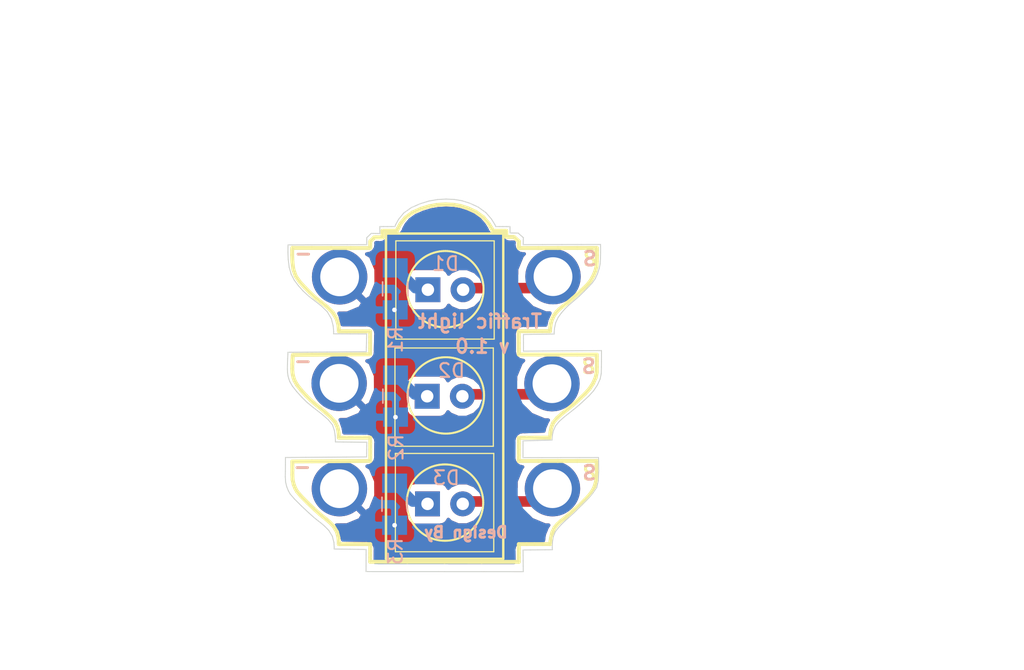
<source format=kicad_pcb>
(kicad_pcb (version 20171130) (host pcbnew 6.0.0-rc1-unknown-62e2fe8~66~ubuntu16.04.1)

  (general
    (thickness 1.6)
    (drawings 32)
    (tracks 18)
    (zones 0)
    (modules 13)
    (nets 8)
  )

  (page USLetter)
  (title_block
    (title "Project Title")
  )

  (layers
    (0 F.Cu signal)
    (31 B.Cu signal)
    (34 B.Paste user)
    (35 F.Paste user)
    (36 B.SilkS user)
    (37 F.SilkS user)
    (38 B.Mask user)
    (39 F.Mask user)
    (44 Edge.Cuts user)
    (46 B.CrtYd user)
    (47 F.CrtYd user)
    (48 B.Fab user)
    (49 F.Fab user)
  )

  (setup
    (last_trace_width 0.254)
    (user_trace_width 0.1524)
    (user_trace_width 0.254)
    (user_trace_width 0.3302)
    (user_trace_width 0.508)
    (user_trace_width 0.762)
    (user_trace_width 1.27)
    (trace_clearance 0.254)
    (zone_clearance 0.508)
    (zone_45_only no)
    (trace_min 0.1524)
    (via_size 0.6858)
    (via_drill 0.3302)
    (via_min_size 0.6858)
    (via_min_drill 0.3302)
    (user_via 0.6858 0.3302)
    (user_via 0.762 0.4064)
    (user_via 0.8636 0.508)
    (uvia_size 0.6858)
    (uvia_drill 0.3302)
    (uvias_allowed no)
    (uvia_min_size 0)
    (uvia_min_drill 0)
    (edge_width 0.1524)
    (segment_width 0.1524)
    (pcb_text_width 0.1524)
    (pcb_text_size 1.016 1.016)
    (mod_edge_width 0.1524)
    (mod_text_size 1.016 1.016)
    (mod_text_width 0.1524)
    (pad_size 1.524 1.524)
    (pad_drill 0.762)
    (pad_to_mask_clearance 0.0762)
    (solder_mask_min_width 0.1016)
    (pad_to_paste_clearance -0.0762)
    (aux_axis_origin 0 0)
    (visible_elements FFFFDF7D)
    (pcbplotparams
      (layerselection 0x310fc_80000001)
      (usegerberextensions true)
      (usegerberattributes false)
      (usegerberadvancedattributes false)
      (creategerberjobfile false)
      (excludeedgelayer true)
      (linewidth 0.100000)
      (plotframeref false)
      (viasonmask false)
      (mode 1)
      (useauxorigin false)
      (hpglpennumber 1)
      (hpglpenspeed 20)
      (hpglpendiameter 15.000000)
      (psnegative false)
      (psa4output false)
      (plotreference true)
      (plotvalue true)
      (plotinvisibletext false)
      (padsonsilk false)
      (subtractmaskfromsilk false)
      (outputformat 1)
      (mirror false)
      (drillshape 0)
      (scaleselection 1)
      (outputdirectory "gerbers"))
  )

  (net 0 "")
  (net 1 "Net-(D1-Pad1)")
  (net 2 "Net-(D1-Pad2)")
  (net 3 "Net-(D2-Pad2)")
  (net 4 "Net-(D2-Pad1)")
  (net 5 "Net-(D3-Pad1)")
  (net 6 "Net-(D3-Pad2)")
  (net 7 GND)

  (net_class Default "This is the default net class."
    (clearance 0.254)
    (trace_width 0.254)
    (via_dia 0.6858)
    (via_drill 0.3302)
    (uvia_dia 0.6858)
    (uvia_drill 0.3302)
    (add_net GND)
    (add_net "Net-(D1-Pad1)")
    (add_net "Net-(D1-Pad2)")
    (add_net "Net-(D2-Pad1)")
    (add_net "Net-(D2-Pad2)")
    (add_net "Net-(D3-Pad1)")
    (add_net "Net-(D3-Pad2)")
  )

  (module Semaforo:Pad_02 (layer F.Cu) (tedit 5BE9AC02) (tstamp 5BEB5B75)
    (at 129.08788 94.85376)
    (path /5BEA1FA8)
    (fp_text reference J1 (at 0 4.445) (layer F.SilkS) hide
      (effects (font (size 1 1) (thickness 0.15)))
    )
    (fp_text value CONN_01X01 (at 0 -4.445) (layer F.Fab) hide
      (effects (font (size 1 1) (thickness 0.15)))
    )
    (pad 1 thru_hole circle (at 0 0) (size 4 4) (drill 2.8) (layers *.Cu *.Mask)
      (net 7 GND))
  )

  (module Semaforo:Pad_02 (layer F.Cu) (tedit 5BE9AC02) (tstamp 5BEB5B7F)
    (at 129.07264 110.15472)
    (path /5BEA3071)
    (fp_text reference J3 (at 0 4.445) (layer F.SilkS) hide
      (effects (font (size 1 1) (thickness 0.15)))
    )
    (fp_text value CONN_01X01 (at 0 -4.445) (layer F.Fab) hide
      (effects (font (size 1 1) (thickness 0.15)))
    )
    (pad 1 thru_hole circle (at 0 0) (size 4 4) (drill 2.8) (layers *.Cu *.Mask)
      (net 7 GND))
  )

  (module Semaforo:Pad_02 (layer F.Cu) (tedit 5BE9AC02) (tstamp 5BEB5B7A)
    (at 129.05232 102.54488)
    (path /5BEA2948)
    (fp_text reference J2 (at 0 4.445) (layer F.SilkS) hide
      (effects (font (size 1 1) (thickness 0.15)))
    )
    (fp_text value CONN_01X01 (at 0 -4.445) (layer F.Fab) hide
      (effects (font (size 1 1) (thickness 0.15)))
    )
    (pad 1 thru_hole circle (at 0 0) (size 4 4) (drill 2.8) (layers *.Cu *.Mask)
      (net 7 GND))
  )

  (module Semaforo:Pad_02 (layer F.Cu) (tedit 5BE9AC02) (tstamp 5BEB5B84)
    (at 144.49044 94.83852)
    (path /5BEA16F4)
    (fp_text reference J4 (at 0 4.445) (layer F.SilkS) hide
      (effects (font (size 1 1) (thickness 0.15)))
    )
    (fp_text value CONN_01X01 (at 0 -4.445) (layer F.Fab) hide
      (effects (font (size 1 1) (thickness 0.15)))
    )
    (pad 1 thru_hole circle (at 0 0) (size 4 4) (drill 2.8) (layers *.Cu *.Mask)
      (net 2 "Net-(D1-Pad2)"))
  )

  (module Semaforo:Pad_02 (layer F.Cu) (tedit 5BE9AC02) (tstamp 5BEB5B89)
    (at 144.41424 102.57028)
    (path /5BEA3C04)
    (fp_text reference J5 (at 0 4.445) (layer F.SilkS) hide
      (effects (font (size 1 1) (thickness 0.15)))
    )
    (fp_text value CONN_01X01 (at 0 -4.445) (layer F.Fab) hide
      (effects (font (size 1 1) (thickness 0.15)))
    )
    (pad 1 thru_hole circle (at 0 0) (size 4 4) (drill 2.8) (layers *.Cu *.Mask)
      (net 3 "Net-(D2-Pad2)"))
  )

  (module Semaforo:Pad_02 (layer F.Cu) (tedit 5BE9AC02) (tstamp 5BEB5B8E)
    (at 144.4498 110.15472)
    (path /5BEA43D3)
    (fp_text reference J6 (at 0 4.445) (layer F.SilkS) hide
      (effects (font (size 1 1) (thickness 0.15)))
    )
    (fp_text value CONN_01X01 (at 0 -4.445) (layer F.Fab) hide
      (effects (font (size 1 1) (thickness 0.15)))
    )
    (pad 1 thru_hole circle (at 0 0) (size 4 4) (drill 2.8) (layers *.Cu *.Mask)
      (net 6 "Net-(D3-Pad2)"))
  )

  (module Resistor_SMD:R_1206_3216Metric_Pad1.39x1.80mm_HandSolder (layer B.Cu) (tedit 5AC5DB74) (tstamp 5BEB5B9F)
    (at 133.10108 95.72244 270)
    (descr "Resistor SMD 1206 (3216 Metric), square (rectangular) end terminal, IPC_7351 nominal with elongated pad for handsoldering. (Body size source: http://www.tortai-tech.com/upload/download/2011102023233369053.pdf), generated with kicad-footprint-generator")
    (tags "resistor handsolder")
    (path /5BE9E5B3)
    (attr smd)
    (fp_text reference R1 (at 3.66776 -0.02032 270) (layer B.SilkS)
      (effects (font (size 1 1) (thickness 0.15)) (justify mirror))
    )
    (fp_text value 330 (at 0 -1.85 270) (layer B.Fab)
      (effects (font (size 1 1) (thickness 0.15)) (justify mirror))
    )
    (fp_line (start -1.6 -0.8) (end -1.6 0.8) (layer B.Fab) (width 0.1))
    (fp_line (start -1.6 0.8) (end 1.6 0.8) (layer B.Fab) (width 0.1))
    (fp_line (start 1.6 0.8) (end 1.6 -0.8) (layer B.Fab) (width 0.1))
    (fp_line (start 1.6 -0.8) (end -1.6 -0.8) (layer B.Fab) (width 0.1))
    (fp_line (start -0.5 0.91) (end 0.5 0.91) (layer B.SilkS) (width 0.12))
    (fp_line (start -0.5 -0.91) (end 0.5 -0.91) (layer B.SilkS) (width 0.12))
    (fp_line (start -2.46 -1.15) (end -2.46 1.15) (layer B.CrtYd) (width 0.05))
    (fp_line (start -2.46 1.15) (end 2.46 1.15) (layer B.CrtYd) (width 0.05))
    (fp_line (start 2.46 1.15) (end 2.46 -1.15) (layer B.CrtYd) (width 0.05))
    (fp_line (start 2.46 -1.15) (end -2.46 -1.15) (layer B.CrtYd) (width 0.05))
    (fp_text user %R (at 0 0 270) (layer B.Fab)
      (effects (font (size 0.8 0.8) (thickness 0.12)) (justify mirror))
    )
    (pad 1 smd rect (at -1.5175 0 270) (size 1.395 1.8) (layers B.Cu B.Paste B.Mask)
      (net 1 "Net-(D1-Pad1)"))
    (pad 2 smd rect (at 1.5175 0 270) (size 1.395 1.8) (layers B.Cu B.Paste B.Mask)
      (net 7 GND))
    (model ${KISYS3DMOD}/Resistor_SMD.3dshapes/R_1206_3216Metric.wrl
      (at (xyz 0 0 0))
      (scale (xyz 1 1 1))
      (rotate (xyz 0 0 0))
    )
  )

  (module Resistor_SMD:R_1206_3216Metric_Pad1.39x1.80mm_HandSolder (layer B.Cu) (tedit 5AC5DB74) (tstamp 5BEB5BB0)
    (at 133.1214 103.46944 270)
    (descr "Resistor SMD 1206 (3216 Metric), square (rectangular) end terminal, IPC_7351 nominal with elongated pad for handsoldering. (Body size source: http://www.tortai-tech.com/upload/download/2011102023233369053.pdf), generated with kicad-footprint-generator")
    (tags "resistor handsolder")
    (path /5BE9FDD1)
    (attr smd)
    (fp_text reference R2 (at 3.71856 -0.0508 270) (layer B.SilkS)
      (effects (font (size 1 1) (thickness 0.15)) (justify mirror))
    )
    (fp_text value 330 (at 0 -1.85 270) (layer B.Fab)
      (effects (font (size 1 1) (thickness 0.15)) (justify mirror))
    )
    (fp_text user %R (at 0 0 270) (layer B.Fab)
      (effects (font (size 0.8 0.8) (thickness 0.12)) (justify mirror))
    )
    (fp_line (start 2.46 -1.15) (end -2.46 -1.15) (layer B.CrtYd) (width 0.05))
    (fp_line (start 2.46 1.15) (end 2.46 -1.15) (layer B.CrtYd) (width 0.05))
    (fp_line (start -2.46 1.15) (end 2.46 1.15) (layer B.CrtYd) (width 0.05))
    (fp_line (start -2.46 -1.15) (end -2.46 1.15) (layer B.CrtYd) (width 0.05))
    (fp_line (start -0.5 -0.91) (end 0.5 -0.91) (layer B.SilkS) (width 0.12))
    (fp_line (start -0.5 0.91) (end 0.5 0.91) (layer B.SilkS) (width 0.12))
    (fp_line (start 1.6 -0.8) (end -1.6 -0.8) (layer B.Fab) (width 0.1))
    (fp_line (start 1.6 0.8) (end 1.6 -0.8) (layer B.Fab) (width 0.1))
    (fp_line (start -1.6 0.8) (end 1.6 0.8) (layer B.Fab) (width 0.1))
    (fp_line (start -1.6 -0.8) (end -1.6 0.8) (layer B.Fab) (width 0.1))
    (pad 2 smd rect (at 1.5175 0 270) (size 1.395 1.8) (layers B.Cu B.Paste B.Mask)
      (net 7 GND))
    (pad 1 smd rect (at -1.5175 0 270) (size 1.395 1.8) (layers B.Cu B.Paste B.Mask)
      (net 4 "Net-(D2-Pad1)"))
    (model ${KISYS3DMOD}/Resistor_SMD.3dshapes/R_1206_3216Metric.wrl
      (at (xyz 0 0 0))
      (scale (xyz 1 1 1))
      (rotate (xyz 0 0 0))
    )
  )

  (module Resistor_SMD:R_1206_3216Metric_Pad1.39x1.80mm_HandSolder (layer B.Cu) (tedit 5AC5DB74) (tstamp 5BEB5BC1)
    (at 133.05536 111.2774 270)
    (descr "Resistor SMD 1206 (3216 Metric), square (rectangular) end terminal, IPC_7351 nominal with elongated pad for handsoldering. (Body size source: http://www.tortai-tech.com/upload/download/2011102023233369053.pdf), generated with kicad-footprint-generator")
    (tags "resistor handsolder")
    (path /5BEA0373)
    (attr smd)
    (fp_text reference R3 (at 3.4036 -0.06604 270) (layer B.SilkS)
      (effects (font (size 1 1) (thickness 0.15)) (justify mirror))
    )
    (fp_text value 330 (at 0 -1.85 270) (layer B.Fab)
      (effects (font (size 1 1) (thickness 0.15)) (justify mirror))
    )
    (fp_line (start -1.6 -0.8) (end -1.6 0.8) (layer B.Fab) (width 0.1))
    (fp_line (start -1.6 0.8) (end 1.6 0.8) (layer B.Fab) (width 0.1))
    (fp_line (start 1.6 0.8) (end 1.6 -0.8) (layer B.Fab) (width 0.1))
    (fp_line (start 1.6 -0.8) (end -1.6 -0.8) (layer B.Fab) (width 0.1))
    (fp_line (start -0.5 0.91) (end 0.5 0.91) (layer B.SilkS) (width 0.12))
    (fp_line (start -0.5 -0.91) (end 0.5 -0.91) (layer B.SilkS) (width 0.12))
    (fp_line (start -2.46 -1.15) (end -2.46 1.15) (layer B.CrtYd) (width 0.05))
    (fp_line (start -2.46 1.15) (end 2.46 1.15) (layer B.CrtYd) (width 0.05))
    (fp_line (start 2.46 1.15) (end 2.46 -1.15) (layer B.CrtYd) (width 0.05))
    (fp_line (start 2.46 -1.15) (end -2.46 -1.15) (layer B.CrtYd) (width 0.05))
    (fp_text user %R (at 0 0 270) (layer B.Fab)
      (effects (font (size 0.8 0.8) (thickness 0.12)) (justify mirror))
    )
    (pad 1 smd rect (at -1.5175 0 270) (size 1.395 1.8) (layers B.Cu B.Paste B.Mask)
      (net 5 "Net-(D3-Pad1)"))
    (pad 2 smd rect (at 1.5175 0 270) (size 1.395 1.8) (layers B.Cu B.Paste B.Mask)
      (net 7 GND))
    (model ${KISYS3DMOD}/Resistor_SMD.3dshapes/R_1206_3216Metric.wrl
      (at (xyz 0 0 0))
      (scale (xyz 1 1 1))
      (rotate (xyz 0 0 0))
    )
  )

  (module Semaforo:LED_D3.0mm (layer F.Cu) (tedit 5BE9C492) (tstamp 5BEC2C1D)
    (at 135.4582 95.7834)
    (descr "LED, diameter 3.0mm, 2 pins")
    (tags "LED diameter 3.0mm 2 pins")
    (path /5BE9BA49)
    (fp_text reference D1 (at 1.27 -1.8796) (layer B.SilkS)
      (effects (font (size 1 1) (thickness 0.15)) (justify mirror))
    )
    (fp_text value LED_ALT (at 1.27 2.96) (layer F.Fab) hide
      (effects (font (size 1 1) (thickness 0.15)))
    )
    (fp_arc (start 1.27 0) (end -0.23 -1.16619) (angle 284.3) (layer F.Fab) (width 0.1))
    (fp_line (start -0.23 -1.16619) (end -0.23 1.16619) (layer F.Fab) (width 0.1))
    (pad 1 thru_hole rect (at 0 0) (size 1.8 1.8) (drill 0.9) (layers *.Cu *.Mask)
      (net 1 "Net-(D1-Pad1)"))
    (pad 2 thru_hole circle (at 2.54 0) (size 1.8 1.8) (drill 0.9) (layers *.Cu *.Mask)
      (net 2 "Net-(D1-Pad2)"))
    (model ${KISYS3DMOD}/LEDs.3dshapes/LED_D3.0mm_Red.wrl
      (offset (xyz 0 0 -3))
      (scale (xyz 0.3936 0.3936 0.3936))
      (rotate (xyz 0 0 0))
    )
  )

  (module Semaforo:LED_D3.0mm (layer F.Cu) (tedit 5BE9C492) (tstamp 5BEC6493)
    (at 135.4074 103.4796)
    (descr "LED, diameter 3.0mm, 2 pins")
    (tags "LED diameter 3.0mm 2 pins")
    (path /5BE9C05B)
    (fp_text reference D2 (at 1.7526 -1.8542) (layer B.SilkS)
      (effects (font (size 1 1) (thickness 0.15)) (justify mirror))
    )
    (fp_text value LED_ALT (at 1.27 2.96) (layer F.Fab) hide
      (effects (font (size 1 1) (thickness 0.15)))
    )
    (fp_line (start -0.23 -1.16619) (end -0.23 1.16619) (layer F.Fab) (width 0.1))
    (fp_arc (start 1.27 0) (end -0.23 -1.16619) (angle 284.3) (layer F.Fab) (width 0.1))
    (pad 2 thru_hole circle (at 2.54 0) (size 1.8 1.8) (drill 0.9) (layers *.Cu *.Mask)
      (net 3 "Net-(D2-Pad2)"))
    (pad 1 thru_hole rect (at 0 0) (size 1.8 1.8) (drill 0.9) (layers *.Cu *.Mask)
      (net 4 "Net-(D2-Pad1)"))
    (model ${KISYS3DMOD}/LEDs.3dshapes/LED_D3.0mm_Yellow.wrl
      (offset (xyz 0 0 -3))
      (scale (xyz 0.3936 0.3936 0.3936))
      (rotate (xyz 0 0 0))
    )
  )

  (module Semaforo:LED_D3.0mm (layer F.Cu) (tedit 5BE9C492) (tstamp 5BEC64CD)
    (at 135.4328 111.252)
    (descr "LED, diameter 3.0mm, 2 pins")
    (tags "LED diameter 3.0mm 2 pins")
    (path /5BE9C46A)
    (fp_text reference D3 (at 1.3462 -1.8796) (layer B.SilkS)
      (effects (font (size 1 1) (thickness 0.15)) (justify mirror))
    )
    (fp_text value LED_ALT (at 1.27 2.96) (layer F.Fab) hide
      (effects (font (size 1 1) (thickness 0.15)))
    )
    (fp_arc (start 1.27 0) (end -0.23 -1.16619) (angle 284.3) (layer F.Fab) (width 0.1))
    (fp_line (start -0.23 -1.16619) (end -0.23 1.16619) (layer F.Fab) (width 0.1))
    (pad 1 thru_hole rect (at 0 0) (size 1.8 1.8) (drill 0.9) (layers *.Cu *.Mask)
      (net 5 "Net-(D3-Pad1)"))
    (pad 2 thru_hole circle (at 2.54 0) (size 1.8 1.8) (drill 0.9) (layers *.Cu *.Mask)
      (net 6 "Net-(D3-Pad2)"))
    (model ${KISYS3DMOD}/LEDs.3dshapes/LED_D3.0mm_Green.wrl
      (offset (xyz 0 0 -3))
      (scale (xyz 0.3936 0.3936 0.3936))
      (rotate (xyz 0 0 0))
    )
  )

  (module Semaforo:Semaforo2.All.02 (layer F.Cu) (tedit 5BE9CB0F) (tstamp 5BEC7E9C)
    (at 136.5758 102.6922)
    (descr "Imported from Semaforo2.svg")
    (tags svg2mod)
    (path /5BEAE06E)
    (attr smd)
    (fp_text reference E1 (at 0 -16.506259) (layer F.SilkS) hide
      (effects (font (size 1.524 1.524) (thickness 0.3048)))
    )
    (fp_text value EdgeTraffic (at 0 16.506259) (layer F.SilkS) hide
      (effects (font (size 1.524 1.524) (thickness 0.3048)))
    )
    (fp_line (start 2.900815 -6.94789) (end 2.897222 -6.805935) (layer F.SilkS) (width 0.144043))
    (fp_line (start 2.897222 -6.805935) (end 2.88657 -6.665846) (layer F.SilkS) (width 0.144043))
    (fp_line (start 2.88657 -6.665846) (end 2.869028 -6.527789) (layer F.SilkS) (width 0.144043))
    (fp_line (start 2.869028 -6.527789) (end 2.844769 -6.391947) (layer F.SilkS) (width 0.144043))
    (fp_line (start 2.844769 -6.391947) (end 2.813966 -6.258486) (layer F.SilkS) (width 0.144043))
    (fp_line (start 2.813966 -6.258486) (end 2.776794 -6.127581) (layer F.SilkS) (width 0.144043))
    (fp_line (start 2.776794 -6.127581) (end 2.733424 -5.999411) (layer F.SilkS) (width 0.144043))
    (fp_line (start 2.733424 -5.999411) (end 2.684032 -5.874139) (layer F.SilkS) (width 0.144043))
    (fp_line (start 2.684032 -5.874139) (end 2.62879 -5.751946) (layer F.SilkS) (width 0.144043))
    (fp_line (start 2.62879 -5.751946) (end 2.567871 -5.633003) (layer F.SilkS) (width 0.144043))
    (fp_line (start 2.567871 -5.633003) (end 2.501448 -5.517483) (layer F.SilkS) (width 0.144043))
    (fp_line (start 2.501448 -5.517483) (end 2.429696 -5.405559) (layer F.SilkS) (width 0.144043))
    (fp_line (start 2.429696 -5.405559) (end 2.352787 -5.297408) (layer F.SilkS) (width 0.144043))
    (fp_line (start 2.352787 -5.297408) (end 2.270894 -5.193199) (layer F.SilkS) (width 0.144043))
    (fp_line (start 2.270894 -5.193199) (end 2.184192 -5.093105) (layer F.SilkS) (width 0.144043))
    (fp_line (start 2.184192 -5.093105) (end 2.092852 -4.997304) (layer F.SilkS) (width 0.144043))
    (fp_line (start 2.092852 -4.997304) (end 1.99705 -4.905962) (layer F.SilkS) (width 0.144043))
    (fp_line (start 1.99705 -4.905962) (end 1.896957 -4.819261) (layer F.SilkS) (width 0.144043))
    (fp_line (start 1.896957 -4.819261) (end 1.792748 -4.737367) (layer F.SilkS) (width 0.144043))
    (fp_line (start 1.792748 -4.737367) (end 1.684595 -4.660458) (layer F.SilkS) (width 0.144043))
    (fp_line (start 1.684595 -4.660458) (end 1.572672 -4.588706) (layer F.SilkS) (width 0.144043))
    (fp_line (start 1.572672 -4.588706) (end 1.457152 -4.522285) (layer F.SilkS) (width 0.144043))
    (fp_line (start 1.457152 -4.522285) (end 1.338209 -4.461364) (layer F.SilkS) (width 0.144043))
    (fp_line (start 1.338209 -4.461364) (end 1.216016 -4.406125) (layer F.SilkS) (width 0.144043))
    (fp_line (start 1.216016 -4.406125) (end 1.090746 -4.35673) (layer F.SilkS) (width 0.144043))
    (fp_line (start 1.090746 -4.35673) (end 0.962573 -4.313362) (layer F.SilkS) (width 0.144043))
    (fp_line (start 0.962573 -4.313362) (end 0.831668 -4.276191) (layer F.SilkS) (width 0.144043))
    (fp_line (start 0.831668 -4.276191) (end 0.698208 -4.245388) (layer F.SilkS) (width 0.144043))
    (fp_line (start 0.698208 -4.245388) (end 0.562365 -4.221125) (layer F.SilkS) (width 0.144043))
    (fp_line (start 0.562365 -4.221125) (end 0.424311 -4.203584) (layer F.SilkS) (width 0.144043))
    (fp_line (start 0.424311 -4.203584) (end 0.284219 -4.192947) (layer F.SilkS) (width 0.144043))
    (fp_line (start 0.284219 -4.192947) (end 0.142265 -4.189375) (layer F.SilkS) (width 0.144043))
    (fp_line (start 0.142265 -4.189375) (end 0.000311 -4.192947) (layer F.SilkS) (width 0.144043))
    (fp_line (start 0.000311 -4.192947) (end -0.139781 -4.203584) (layer F.SilkS) (width 0.144043))
    (fp_line (start -0.139781 -4.203584) (end -0.277835 -4.221125) (layer F.SilkS) (width 0.144043))
    (fp_line (start -0.277835 -4.221125) (end -0.413678 -4.245388) (layer F.SilkS) (width 0.144043))
    (fp_line (start -0.413678 -4.245388) (end -0.547139 -4.276191) (layer F.SilkS) (width 0.144043))
    (fp_line (start -0.547139 -4.276191) (end -0.678043 -4.313362) (layer F.SilkS) (width 0.144043))
    (fp_line (start -0.678043 -4.313362) (end -0.806216 -4.35673) (layer F.SilkS) (width 0.144043))
    (fp_line (start -0.806216 -4.35673) (end -0.931486 -4.406125) (layer F.SilkS) (width 0.144043))
    (fp_line (start -0.931486 -4.406125) (end -1.053679 -4.461364) (layer F.SilkS) (width 0.144043))
    (fp_line (start -1.053679 -4.461364) (end -1.172622 -4.522285) (layer F.SilkS) (width 0.144043))
    (fp_line (start -1.172622 -4.522285) (end -1.288142 -4.588706) (layer F.SilkS) (width 0.144043))
    (fp_line (start -1.288142 -4.588706) (end -1.400065 -4.660458) (layer F.SilkS) (width 0.144043))
    (fp_line (start -1.400065 -4.660458) (end -1.508218 -4.737367) (layer F.SilkS) (width 0.144043))
    (fp_line (start -1.508218 -4.737367) (end -1.612427 -4.819261) (layer F.SilkS) (width 0.144043))
    (fp_line (start -1.612427 -4.819261) (end -1.71252 -4.905962) (layer F.SilkS) (width 0.144043))
    (fp_line (start -1.71252 -4.905962) (end -1.808323 -4.997304) (layer F.SilkS) (width 0.144043))
    (fp_line (start -1.808323 -4.997304) (end -1.899662 -5.093105) (layer F.SilkS) (width 0.144043))
    (fp_line (start -1.899662 -5.093105) (end -1.986364 -5.193199) (layer F.SilkS) (width 0.144043))
    (fp_line (start -1.986364 -5.193199) (end -2.068257 -5.297408) (layer F.SilkS) (width 0.144043))
    (fp_line (start -2.068257 -5.297408) (end -2.145166 -5.405559) (layer F.SilkS) (width 0.144043))
    (fp_line (start -2.145166 -5.405559) (end -2.216918 -5.517483) (layer F.SilkS) (width 0.144043))
    (fp_line (start -2.216918 -5.517483) (end -2.283341 -5.633003) (layer F.SilkS) (width 0.144043))
    (fp_line (start -2.283341 -5.633003) (end -2.34426 -5.751946) (layer F.SilkS) (width 0.144043))
    (fp_line (start -2.34426 -5.751946) (end -2.399502 -5.874139) (layer F.SilkS) (width 0.144043))
    (fp_line (start -2.399502 -5.874139) (end -2.448894 -5.999411) (layer F.SilkS) (width 0.144043))
    (fp_line (start -2.448894 -5.999411) (end -2.492264 -6.127581) (layer F.SilkS) (width 0.144043))
    (fp_line (start -2.492264 -6.127581) (end -2.529436 -6.258486) (layer F.SilkS) (width 0.144043))
    (fp_line (start -2.529436 -6.258486) (end -2.560239 -6.391947) (layer F.SilkS) (width 0.144043))
    (fp_line (start -2.560239 -6.391947) (end -2.584496 -6.527789) (layer F.SilkS) (width 0.144043))
    (fp_line (start -2.584496 -6.527789) (end -2.602037 -6.665846) (layer F.SilkS) (width 0.144043))
    (fp_line (start -2.602037 -6.665846) (end -2.61269 -6.805935) (layer F.SilkS) (width 0.144043))
    (fp_line (start -2.61269 -6.805935) (end -2.616283 -6.94789) (layer F.SilkS) (width 0.144043))
    (fp_line (start -2.616283 -6.94789) (end -2.61269 -7.089846) (layer F.SilkS) (width 0.144043))
    (fp_line (start -2.61269 -7.089846) (end -2.602037 -7.229935) (layer F.SilkS) (width 0.144043))
    (fp_line (start -2.602037 -7.229935) (end -2.584496 -7.36799) (layer F.SilkS) (width 0.144043))
    (fp_line (start -2.584496 -7.36799) (end -2.560239 -7.503835) (layer F.SilkS) (width 0.144043))
    (fp_line (start -2.560239 -7.503835) (end -2.529436 -7.637296) (layer F.SilkS) (width 0.144043))
    (fp_line (start -2.529436 -7.637296) (end -2.492264 -7.768198) (layer F.SilkS) (width 0.144043))
    (fp_line (start -2.492264 -7.768198) (end -2.448894 -7.896371) (layer F.SilkS) (width 0.144043))
    (fp_line (start -2.448894 -7.896371) (end -2.399502 -8.02164) (layer F.SilkS) (width 0.144043))
    (fp_line (start -2.399502 -8.02164) (end -2.34426 -8.143835) (layer F.SilkS) (width 0.144043))
    (fp_line (start -2.34426 -8.143835) (end -2.283341 -8.262779) (layer F.SilkS) (width 0.144043))
    (fp_line (start -2.283341 -8.262779) (end -2.216918 -8.378298) (layer F.SilkS) (width 0.144043))
    (fp_line (start -2.216918 -8.378298) (end -2.145166 -8.49022) (layer F.SilkS) (width 0.144043))
    (fp_line (start -2.145166 -8.49022) (end -2.068257 -8.598374) (layer F.SilkS) (width 0.144043))
    (fp_line (start -2.068257 -8.598374) (end -1.986364 -8.702582) (layer F.SilkS) (width 0.144043))
    (fp_line (start -1.986364 -8.702582) (end -1.899662 -8.802677) (layer F.SilkS) (width 0.144043))
    (fp_line (start -1.899662 -8.802677) (end -1.808323 -8.898477) (layer F.SilkS) (width 0.144043))
    (fp_line (start -1.808323 -8.898477) (end -1.71252 -8.989817) (layer F.SilkS) (width 0.144043))
    (fp_line (start -1.71252 -8.989817) (end -1.612427 -9.076521) (layer F.SilkS) (width 0.144043))
    (fp_line (start -1.612427 -9.076521) (end -1.508218 -9.158409) (layer F.SilkS) (width 0.144043))
    (fp_line (start -1.508218 -9.158409) (end -1.400065 -9.235321) (layer F.SilkS) (width 0.144043))
    (fp_line (start -1.400065 -9.235321) (end -1.288142 -9.307073) (layer F.SilkS) (width 0.144043))
    (fp_line (start -1.288142 -9.307073) (end -1.172622 -9.373494) (layer F.SilkS) (width 0.144043))
    (fp_line (start -1.172622 -9.373494) (end -1.053679 -9.434415) (layer F.SilkS) (width 0.144043))
    (fp_line (start -1.053679 -9.434415) (end -0.931486 -9.489657) (layer F.SilkS) (width 0.144043))
    (fp_line (start -0.931486 -9.489657) (end -0.806216 -9.539049) (layer F.SilkS) (width 0.144043))
    (fp_line (start -0.806216 -9.539049) (end -0.678043 -9.582417) (layer F.SilkS) (width 0.144043))
    (fp_line (start -0.678043 -9.582417) (end -0.547139 -9.619591) (layer F.SilkS) (width 0.144043))
    (fp_line (start -0.547139 -9.619591) (end -0.413678 -9.650394) (layer F.SilkS) (width 0.144043))
    (fp_line (start -0.413678 -9.650394) (end -0.277835 -9.674656) (layer F.SilkS) (width 0.144043))
    (fp_line (start -0.277835 -9.674656) (end -0.139781 -9.692198) (layer F.SilkS) (width 0.144043))
    (fp_line (start -0.139781 -9.692198) (end 0.000311 -9.702834) (layer F.SilkS) (width 0.144043))
    (fp_line (start 0.000311 -9.702834) (end 0.142265 -9.706406) (layer F.SilkS) (width 0.144043))
    (fp_line (start 0.142265 -9.706406) (end 0.284219 -9.702834) (layer F.SilkS) (width 0.144043))
    (fp_line (start 0.284219 -9.702834) (end 0.424311 -9.692198) (layer F.SilkS) (width 0.144043))
    (fp_line (start 0.424311 -9.692198) (end 0.562365 -9.674656) (layer F.SilkS) (width 0.144043))
    (fp_line (start 0.562365 -9.674656) (end 0.698208 -9.650394) (layer F.SilkS) (width 0.144043))
    (fp_line (start 0.698208 -9.650394) (end 0.831668 -9.619591) (layer F.SilkS) (width 0.144043))
    (fp_line (start 0.831668 -9.619591) (end 0.962573 -9.582417) (layer F.SilkS) (width 0.144043))
    (fp_line (start 0.962573 -9.582417) (end 1.090746 -9.539049) (layer F.SilkS) (width 0.144043))
    (fp_line (start 1.090746 -9.539049) (end 1.216016 -9.489657) (layer F.SilkS) (width 0.144043))
    (fp_line (start 1.216016 -9.489657) (end 1.338209 -9.434415) (layer F.SilkS) (width 0.144043))
    (fp_line (start 1.338209 -9.434415) (end 1.457152 -9.373494) (layer F.SilkS) (width 0.144043))
    (fp_line (start 1.457152 -9.373494) (end 1.572672 -9.307073) (layer F.SilkS) (width 0.144043))
    (fp_line (start 1.572672 -9.307073) (end 1.684594 -9.235321) (layer F.SilkS) (width 0.144043))
    (fp_line (start 1.684594 -9.235321) (end 1.792748 -9.158412) (layer F.SilkS) (width 0.144043))
    (fp_line (start 1.792748 -9.158412) (end 1.896957 -9.076521) (layer F.SilkS) (width 0.144043))
    (fp_line (start 1.896957 -9.076521) (end 1.99705 -8.989817) (layer F.SilkS) (width 0.144043))
    (fp_line (start 1.99705 -8.989817) (end 2.092852 -8.898477) (layer F.SilkS) (width 0.144043))
    (fp_line (start 2.092852 -8.898477) (end 2.184192 -8.802677) (layer F.SilkS) (width 0.144043))
    (fp_line (start 2.184192 -8.802677) (end 2.270894 -8.702582) (layer F.SilkS) (width 0.144043))
    (fp_line (start 2.270894 -8.702582) (end 2.352787 -8.598374) (layer F.SilkS) (width 0.144043))
    (fp_line (start 2.352787 -8.598374) (end 2.429696 -8.49022) (layer F.SilkS) (width 0.144043))
    (fp_line (start 2.429696 -8.49022) (end 2.501448 -8.378298) (layer F.SilkS) (width 0.144043))
    (fp_line (start 2.501448 -8.378298) (end 2.567871 -8.262779) (layer F.SilkS) (width 0.144043))
    (fp_line (start 2.567871 -8.262779) (end 2.62879 -8.143835) (layer F.SilkS) (width 0.144043))
    (fp_line (start 2.62879 -8.143835) (end 2.684032 -8.02164) (layer F.SilkS) (width 0.144043))
    (fp_line (start 2.684032 -8.02164) (end 2.733424 -7.896371) (layer F.SilkS) (width 0.144043))
    (fp_line (start 2.733424 -7.896371) (end 2.776794 -7.768198) (layer F.SilkS) (width 0.144043))
    (fp_line (start 2.776794 -7.768198) (end 2.813966 -7.637296) (layer F.SilkS) (width 0.144043))
    (fp_line (start 2.813966 -7.637296) (end 2.844769 -7.503835) (layer F.SilkS) (width 0.144043))
    (fp_line (start 2.844769 -7.503835) (end 2.869028 -7.36799) (layer F.SilkS) (width 0.144043))
    (fp_line (start 2.869028 -7.36799) (end 2.88657 -7.229935) (layer F.SilkS) (width 0.144043))
    (fp_line (start 2.88657 -7.229935) (end 2.897222 -7.089846) (layer F.SilkS) (width 0.144043))
    (fp_line (start 2.897222 -7.089846) (end 2.900815 -6.94789) (layer F.SilkS) (width 0.144043))
    (fp_line (start 2.938097 0.725731) (end 2.934504 0.867685) (layer F.SilkS) (width 0.144043))
    (fp_line (start 2.934504 0.867685) (end 2.923852 1.007777) (layer F.SilkS) (width 0.144043))
    (fp_line (start 2.923852 1.007777) (end 2.90631 1.145828) (layer F.SilkS) (width 0.144043))
    (fp_line (start 2.90631 1.145828) (end 2.88205 1.281673) (layer F.SilkS) (width 0.144043))
    (fp_line (start 2.88205 1.281673) (end 2.851247 1.415135) (layer F.SilkS) (width 0.144043))
    (fp_line (start 2.851247 1.415135) (end 2.814076 1.546037) (layer F.SilkS) (width 0.144043))
    (fp_line (start 2.814076 1.546037) (end 2.770706 1.674212) (layer F.SilkS) (width 0.144043))
    (fp_line (start 2.770706 1.674212) (end 2.721315 1.799484) (layer F.SilkS) (width 0.144043))
    (fp_line (start 2.721315 1.799484) (end 2.666072 1.921674) (layer F.SilkS) (width 0.144043))
    (fp_line (start 2.666072 1.921674) (end 2.605154 2.040617) (layer F.SilkS) (width 0.144043))
    (fp_line (start 2.605154 2.040617) (end 2.538731 2.156137) (layer F.SilkS) (width 0.144043))
    (fp_line (start 2.538731 2.156137) (end 2.466978 2.268061) (layer F.SilkS) (width 0.144043))
    (fp_line (start 2.466978 2.268061) (end 2.390069 2.376212) (layer F.SilkS) (width 0.144043))
    (fp_line (start 2.390069 2.376212) (end 2.308177 2.480421) (layer F.SilkS) (width 0.144043))
    (fp_line (start 2.308177 2.480421) (end 2.221474 2.580516) (layer F.SilkS) (width 0.144043))
    (fp_line (start 2.221474 2.580516) (end 2.130135 2.676319) (layer F.SilkS) (width 0.144043))
    (fp_line (start 2.130135 2.676319) (end 2.034333 2.767658) (layer F.SilkS) (width 0.144043))
    (fp_line (start 2.034333 2.767658) (end 1.93424 2.854359) (layer F.SilkS) (width 0.144043))
    (fp_line (start 1.93424 2.854359) (end 1.83003 2.936253) (layer F.SilkS) (width 0.144043))
    (fp_line (start 1.83003 2.936253) (end 1.721878 3.013162) (layer F.SilkS) (width 0.144043))
    (fp_line (start 1.721878 3.013162) (end 1.609954 3.084915) (layer F.SilkS) (width 0.144043))
    (fp_line (start 1.609954 3.084915) (end 1.494435 3.151338) (layer F.SilkS) (width 0.144043))
    (fp_line (start 1.494435 3.151338) (end 1.375492 3.212253) (layer F.SilkS) (width 0.144043))
    (fp_line (start 1.375492 3.212253) (end 1.253299 3.267498) (layer F.SilkS) (width 0.144043))
    (fp_line (start 1.253299 3.267498) (end 1.128029 3.316891) (layer F.SilkS) (width 0.144043))
    (fp_line (start 1.128029 3.316891) (end 0.999855 3.360261) (layer F.SilkS) (width 0.144043))
    (fp_line (start 0.999855 3.360261) (end 0.868951 3.397433) (layer F.SilkS) (width 0.144043))
    (fp_line (start 0.868951 3.397433) (end 0.735491 3.428233) (layer F.SilkS) (width 0.144043))
    (fp_line (start 0.735491 3.428233) (end 0.599648 3.452495) (layer F.SilkS) (width 0.144043))
    (fp_line (start 0.599648 3.452495) (end 0.461593 3.470037) (layer F.SilkS) (width 0.144043))
    (fp_line (start 0.461593 3.470037) (end 0.321502 3.480673) (layer F.SilkS) (width 0.144043))
    (fp_line (start 0.321502 3.480673) (end 0.179548 3.484245) (layer F.SilkS) (width 0.144043))
    (fp_line (start 0.179548 3.484245) (end 0.037594 3.480673) (layer F.SilkS) (width 0.144043))
    (fp_line (start 0.037594 3.480673) (end -0.102498 3.470037) (layer F.SilkS) (width 0.144043))
    (fp_line (start -0.102498 3.470037) (end -0.240552 3.452495) (layer F.SilkS) (width 0.144043))
    (fp_line (start -0.240552 3.452495) (end -0.376395 3.428233) (layer F.SilkS) (width 0.144043))
    (fp_line (start -0.376395 3.428233) (end -0.509856 3.397433) (layer F.SilkS) (width 0.144043))
    (fp_line (start -0.509856 3.397433) (end -0.64076 3.360261) (layer F.SilkS) (width 0.144043))
    (fp_line (start -0.64076 3.360261) (end -0.768934 3.316891) (layer F.SilkS) (width 0.144043))
    (fp_line (start -0.768934 3.316891) (end -0.894204 3.267498) (layer F.SilkS) (width 0.144043))
    (fp_line (start -0.894204 3.267498) (end -1.016396 3.212253) (layer F.SilkS) (width 0.144043))
    (fp_line (start -1.016396 3.212253) (end -1.13534 3.151338) (layer F.SilkS) (width 0.144043))
    (fp_line (start -1.13534 3.151338) (end -1.250859 3.084915) (layer F.SilkS) (width 0.144043))
    (fp_line (start -1.250859 3.084915) (end -1.362783 3.013162) (layer F.SilkS) (width 0.144043))
    (fp_line (start -1.362783 3.013162) (end -1.470935 2.936253) (layer F.SilkS) (width 0.144043))
    (fp_line (start -1.470935 2.936253) (end -1.575144 2.854359) (layer F.SilkS) (width 0.144043))
    (fp_line (start -1.575144 2.854359) (end -1.675237 2.767658) (layer F.SilkS) (width 0.144043))
    (fp_line (start -1.675237 2.767658) (end -1.77104 2.676319) (layer F.SilkS) (width 0.144043))
    (fp_line (start -1.77104 2.676319) (end -1.862379 2.580516) (layer F.SilkS) (width 0.144043))
    (fp_line (start -1.862379 2.580516) (end -1.949081 2.480421) (layer F.SilkS) (width 0.144043))
    (fp_line (start -1.949081 2.480421) (end -2.030974 2.376212) (layer F.SilkS) (width 0.144043))
    (fp_line (start -2.030974 2.376212) (end -2.107883 2.268061) (layer F.SilkS) (width 0.144043))
    (fp_line (start -2.107883 2.268061) (end -2.179635 2.156137) (layer F.SilkS) (width 0.144043))
    (fp_line (start -2.179635 2.156137) (end -2.246058 2.040617) (layer F.SilkS) (width 0.144043))
    (fp_line (start -2.246058 2.040617) (end -2.306977 1.921674) (layer F.SilkS) (width 0.144043))
    (fp_line (start -2.306977 1.921674) (end -2.362219 1.799484) (layer F.SilkS) (width 0.144043))
    (fp_line (start -2.362219 1.799484) (end -2.411611 1.674212) (layer F.SilkS) (width 0.144043))
    (fp_line (start -2.411611 1.674212) (end -2.454981 1.546037) (layer F.SilkS) (width 0.144043))
    (fp_line (start -2.454981 1.546037) (end -2.492153 1.415135) (layer F.SilkS) (width 0.144043))
    (fp_line (start -2.492153 1.415135) (end -2.522956 1.281673) (layer F.SilkS) (width 0.144043))
    (fp_line (start -2.522956 1.281673) (end -2.547215 1.145828) (layer F.SilkS) (width 0.144043))
    (fp_line (start -2.547215 1.145828) (end -2.564757 1.007777) (layer F.SilkS) (width 0.144043))
    (fp_line (start -2.564757 1.007777) (end -2.575409 0.867685) (layer F.SilkS) (width 0.144043))
    (fp_line (start -2.575409 0.867685) (end -2.579002 0.725731) (layer F.SilkS) (width 0.144043))
    (fp_line (start -2.579002 0.725731) (end -2.575409 0.583777) (layer F.SilkS) (width 0.144043))
    (fp_line (start -2.575409 0.583777) (end -2.564757 0.443685) (layer F.SilkS) (width 0.144043))
    (fp_line (start -2.564757 0.443685) (end -2.547215 0.305631) (layer F.SilkS) (width 0.144043))
    (fp_line (start -2.547215 0.305631) (end -2.522956 0.169788) (layer F.SilkS) (width 0.144043))
    (fp_line (start -2.522956 0.169788) (end -2.492153 0.036325) (layer F.SilkS) (width 0.144043))
    (fp_line (start -2.492153 0.036325) (end -2.454981 -0.094578) (layer F.SilkS) (width 0.144043))
    (fp_line (start -2.454981 -0.094578) (end -2.411611 -0.22275) (layer F.SilkS) (width 0.144043))
    (fp_line (start -2.411611 -0.22275) (end -2.362219 -0.34802) (layer F.SilkS) (width 0.144043))
    (fp_line (start -2.362219 -0.34802) (end -2.306977 -0.470215) (layer F.SilkS) (width 0.144043))
    (fp_line (start -2.306977 -0.470215) (end -2.246058 -0.589156) (layer F.SilkS) (width 0.144043))
    (fp_line (start -2.246058 -0.589156) (end -2.179635 -0.704675) (layer F.SilkS) (width 0.144043))
    (fp_line (start -2.179635 -0.704675) (end -2.107883 -0.816602) (layer F.SilkS) (width 0.144043))
    (fp_line (start -2.107883 -0.816602) (end -2.030974 -0.924751) (layer F.SilkS) (width 0.144043))
    (fp_line (start -2.030974 -0.924751) (end -1.949081 -1.028962) (layer F.SilkS) (width 0.144043))
    (fp_line (start -1.949081 -1.028962) (end -1.862379 -1.129054) (layer F.SilkS) (width 0.144043))
    (fp_line (start -1.862379 -1.129054) (end -1.77104 -1.224857) (layer F.SilkS) (width 0.144043))
    (fp_line (start -1.77104 -1.224857) (end -1.675237 -1.316196) (layer F.SilkS) (width 0.144043))
    (fp_line (start -1.675237 -1.316196) (end -1.575144 -1.4029) (layer F.SilkS) (width 0.144043))
    (fp_line (start -1.575144 -1.4029) (end -1.470935 -1.484791) (layer F.SilkS) (width 0.144043))
    (fp_line (start -1.470935 -1.484791) (end -1.362782 -1.5617) (layer F.SilkS) (width 0.144043))
    (fp_line (start -1.362782 -1.5617) (end -1.250859 -1.633453) (layer F.SilkS) (width 0.144043))
    (fp_line (start -1.250859 -1.633453) (end -1.13534 -1.699874) (layer F.SilkS) (width 0.144043))
    (fp_line (start -1.13534 -1.699874) (end -1.016396 -1.760794) (layer F.SilkS) (width 0.144043))
    (fp_line (start -1.016396 -1.760794) (end -0.894204 -1.816037) (layer F.SilkS) (width 0.144043))
    (fp_line (start -0.894204 -1.816037) (end -0.768934 -1.865429) (layer F.SilkS) (width 0.144043))
    (fp_line (start -0.768934 -1.865429) (end -0.64076 -1.908797) (layer F.SilkS) (width 0.144043))
    (fp_line (start -0.64076 -1.908797) (end -0.509856 -1.945971) (layer F.SilkS) (width 0.144043))
    (fp_line (start -0.509856 -1.945971) (end -0.376395 -1.976774) (layer F.SilkS) (width 0.144043))
    (fp_line (start -0.376395 -1.976774) (end -0.240552 -2.001036) (layer F.SilkS) (width 0.144043))
    (fp_line (start -0.240552 -2.001036) (end -0.102498 -2.018578) (layer F.SilkS) (width 0.144043))
    (fp_line (start -0.102498 -2.018578) (end 0.037594 -2.029214) (layer F.SilkS) (width 0.144043))
    (fp_line (start 0.037594 -2.029214) (end 0.179548 -2.032786) (layer F.SilkS) (width 0.144043))
    (fp_line (start 0.179548 -2.032786) (end 0.321502 -2.029214) (layer F.SilkS) (width 0.144043))
    (fp_line (start 0.321502 -2.029214) (end 0.461593 -2.018578) (layer F.SilkS) (width 0.144043))
    (fp_line (start 0.461593 -2.018578) (end 0.599648 -2.001036) (layer F.SilkS) (width 0.144043))
    (fp_line (start 0.599648 -2.001036) (end 0.735491 -1.976774) (layer F.SilkS) (width 0.144043))
    (fp_line (start 0.735491 -1.976774) (end 0.868951 -1.945968) (layer F.SilkS) (width 0.144043))
    (fp_line (start 0.868951 -1.945968) (end 0.999855 -1.908797) (layer F.SilkS) (width 0.144043))
    (fp_line (start 0.999855 -1.908797) (end 1.128029 -1.865429) (layer F.SilkS) (width 0.144043))
    (fp_line (start 1.128029 -1.865429) (end 1.253299 -1.816037) (layer F.SilkS) (width 0.144043))
    (fp_line (start 1.253299 -1.816037) (end 1.375492 -1.760794) (layer F.SilkS) (width 0.144043))
    (fp_line (start 1.375492 -1.760794) (end 1.494435 -1.699874) (layer F.SilkS) (width 0.144043))
    (fp_line (start 1.494435 -1.699874) (end 1.609954 -1.633453) (layer F.SilkS) (width 0.144043))
    (fp_line (start 1.609954 -1.633453) (end 1.721877 -1.5617) (layer F.SilkS) (width 0.144043))
    (fp_line (start 1.721877 -1.5617) (end 1.83003 -1.484791) (layer F.SilkS) (width 0.144043))
    (fp_line (start 1.83003 -1.484791) (end 1.93424 -1.4029) (layer F.SilkS) (width 0.144043))
    (fp_line (start 1.93424 -1.4029) (end 2.034333 -1.316196) (layer F.SilkS) (width 0.144043))
    (fp_line (start 2.034333 -1.316196) (end 2.130135 -1.224857) (layer F.SilkS) (width 0.144043))
    (fp_line (start 2.130135 -1.224857) (end 2.221474 -1.129054) (layer F.SilkS) (width 0.144043))
    (fp_line (start 2.221474 -1.129054) (end 2.308177 -1.028962) (layer F.SilkS) (width 0.144043))
    (fp_line (start 2.308177 -1.028962) (end 2.390069 -0.924751) (layer F.SilkS) (width 0.144043))
    (fp_line (start 2.390069 -0.924751) (end 2.466978 -0.816602) (layer F.SilkS) (width 0.144043))
    (fp_line (start 2.466978 -0.816602) (end 2.538731 -0.704675) (layer F.SilkS) (width 0.144043))
    (fp_line (start 2.538731 -0.704675) (end 2.605154 -0.589156) (layer F.SilkS) (width 0.144043))
    (fp_line (start 2.605154 -0.589156) (end 2.666072 -0.470215) (layer F.SilkS) (width 0.144043))
    (fp_line (start 2.666072 -0.470215) (end 2.721315 -0.34802) (layer F.SilkS) (width 0.144043))
    (fp_line (start 2.721315 -0.34802) (end 2.770706 -0.22275) (layer F.SilkS) (width 0.144043))
    (fp_line (start 2.770706 -0.22275) (end 2.814076 -0.094578) (layer F.SilkS) (width 0.144043))
    (fp_line (start 2.814076 -0.094578) (end 2.851247 0.036325) (layer F.SilkS) (width 0.144043))
    (fp_line (start 2.851247 0.036325) (end 2.88205 0.169788) (layer F.SilkS) (width 0.144043))
    (fp_line (start 2.88205 0.169788) (end 2.90631 0.305631) (layer F.SilkS) (width 0.144043))
    (fp_line (start 2.90631 0.305631) (end 2.923852 0.443685) (layer F.SilkS) (width 0.144043))
    (fp_line (start 2.923852 0.443685) (end 2.934504 0.583777) (layer F.SilkS) (width 0.144043))
    (fp_line (start 2.934504 0.583777) (end 2.938097 0.725731) (layer F.SilkS) (width 0.144043))
    (fp_line (start 2.87641 8.467476) (end 2.872817 8.609428) (layer F.SilkS) (width 0.144043))
    (fp_line (start 2.872817 8.609428) (end 2.862165 8.749519) (layer F.SilkS) (width 0.144043))
    (fp_line (start 2.862165 8.749519) (end 2.844623 8.887576) (layer F.SilkS) (width 0.144043))
    (fp_line (start 2.844623 8.887576) (end 2.820363 9.023419) (layer F.SilkS) (width 0.144043))
    (fp_line (start 2.820363 9.023419) (end 2.789561 9.15688) (layer F.SilkS) (width 0.144043))
    (fp_line (start 2.789561 9.15688) (end 2.752388 9.287785) (layer F.SilkS) (width 0.144043))
    (fp_line (start 2.752388 9.287785) (end 2.709019 9.415955) (layer F.SilkS) (width 0.144043))
    (fp_line (start 2.709019 9.415955) (end 2.659627 9.541227) (layer F.SilkS) (width 0.144043))
    (fp_line (start 2.659627 9.541227) (end 2.604385 9.663419) (layer F.SilkS) (width 0.144043))
    (fp_line (start 2.604385 9.663419) (end 2.543466 9.782363) (layer F.SilkS) (width 0.144043))
    (fp_line (start 2.543466 9.782363) (end 2.477043 9.897883) (layer F.SilkS) (width 0.144043))
    (fp_line (start 2.477043 9.897883) (end 2.405291 10.009807) (layer F.SilkS) (width 0.144043))
    (fp_line (start 2.405291 10.009807) (end 2.328382 10.117958) (layer F.SilkS) (width 0.144043))
    (fp_line (start 2.328382 10.117958) (end 2.246489 10.222167) (layer F.SilkS) (width 0.144043))
    (fp_line (start 2.246489 10.222167) (end 2.159787 10.322261) (layer F.SilkS) (width 0.144043))
    (fp_line (start 2.159787 10.322261) (end 2.068447 10.418061) (layer F.SilkS) (width 0.144043))
    (fp_line (start 2.068447 10.418061) (end 1.972645 10.509401) (layer F.SilkS) (width 0.144043))
    (fp_line (start 1.972645 10.509401) (end 1.872552 10.596105) (layer F.SilkS) (width 0.144043))
    (fp_line (start 1.872552 10.596105) (end 1.768342 10.677996) (layer F.SilkS) (width 0.144043))
    (fp_line (start 1.768342 10.677996) (end 1.66019 10.754908) (layer F.SilkS) (width 0.144043))
    (fp_line (start 1.66019 10.754908) (end 1.548267 10.826657) (layer F.SilkS) (width 0.144043))
    (fp_line (start 1.548267 10.826657) (end 1.432747 10.893081) (layer F.SilkS) (width 0.144043))
    (fp_line (start 1.432747 10.893081) (end 1.313804 10.954001) (layer F.SilkS) (width 0.144043))
    (fp_line (start 1.313804 10.954001) (end 1.191611 11.009241) (layer F.SilkS) (width 0.144043))
    (fp_line (start 1.191611 11.009241) (end 1.066341 11.058636) (layer F.SilkS) (width 0.144043))
    (fp_line (start 1.066341 11.058636) (end 0.938168 11.102004) (layer F.SilkS) (width 0.144043))
    (fp_line (start 0.938168 11.102004) (end 0.807263 11.139175) (layer F.SilkS) (width 0.144043))
    (fp_line (start 0.807263 11.139175) (end 0.673803 11.169978) (layer F.SilkS) (width 0.144043))
    (fp_line (start 0.673803 11.169978) (end 0.53796 11.19424) (layer F.SilkS) (width 0.144043))
    (fp_line (start 0.53796 11.19424) (end 0.399906 11.211782) (layer F.SilkS) (width 0.144043))
    (fp_line (start 0.399906 11.211782) (end 0.259814 11.222419) (layer F.SilkS) (width 0.144043))
    (fp_line (start 0.259814 11.222419) (end 0.11786 11.22599) (layer F.SilkS) (width 0.144043))
    (fp_line (start 0.11786 11.22599) (end -0.024094 11.222419) (layer F.SilkS) (width 0.144043))
    (fp_line (start -0.024094 11.222419) (end -0.164186 11.211782) (layer F.SilkS) (width 0.144043))
    (fp_line (start -0.164186 11.211782) (end -0.30224 11.19424) (layer F.SilkS) (width 0.144043))
    (fp_line (start -0.30224 11.19424) (end -0.438083 11.169978) (layer F.SilkS) (width 0.144043))
    (fp_line (start -0.438083 11.169978) (end -0.571544 11.139175) (layer F.SilkS) (width 0.144043))
    (fp_line (start -0.571544 11.139175) (end -0.702448 11.102004) (layer F.SilkS) (width 0.144043))
    (fp_line (start -0.702448 11.102004) (end -0.830622 11.058636) (layer F.SilkS) (width 0.144043))
    (fp_line (start -0.830622 11.058636) (end -0.955891 11.009241) (layer F.SilkS) (width 0.144043))
    (fp_line (start -0.955891 11.009241) (end -1.078084 10.954001) (layer F.SilkS) (width 0.144043))
    (fp_line (start -1.078084 10.954001) (end -1.197027 10.893081) (layer F.SilkS) (width 0.144043))
    (fp_line (start -1.197027 10.893081) (end -1.312547 10.826657) (layer F.SilkS) (width 0.144043))
    (fp_line (start -1.312547 10.826657) (end -1.424471 10.754908) (layer F.SilkS) (width 0.144043))
    (fp_line (start -1.424471 10.754908) (end -1.532623 10.677996) (layer F.SilkS) (width 0.144043))
    (fp_line (start -1.532623 10.677996) (end -1.636832 10.596105) (layer F.SilkS) (width 0.144043))
    (fp_line (start -1.636832 10.596105) (end -1.736925 10.509401) (layer F.SilkS) (width 0.144043))
    (fp_line (start -1.736925 10.509401) (end -1.832727 10.418061) (layer F.SilkS) (width 0.144043))
    (fp_line (start -1.832727 10.418061) (end -1.924067 10.322261) (layer F.SilkS) (width 0.144043))
    (fp_line (start -1.924067 10.322261) (end -2.010769 10.222167) (layer F.SilkS) (width 0.144043))
    (fp_line (start -2.010769 10.222167) (end -2.092662 10.117958) (layer F.SilkS) (width 0.144043))
    (fp_line (start -2.092662 10.117958) (end -2.169571 10.009807) (layer F.SilkS) (width 0.144043))
    (fp_line (start -2.169571 10.009807) (end -2.241323 9.897883) (layer F.SilkS) (width 0.144043))
    (fp_line (start -2.241323 9.897883) (end -2.307746 9.782363) (layer F.SilkS) (width 0.144043))
    (fp_line (start -2.307746 9.782363) (end -2.368665 9.663419) (layer F.SilkS) (width 0.144043))
    (fp_line (start -2.368665 9.663419) (end -2.423907 9.541227) (layer F.SilkS) (width 0.144043))
    (fp_line (start -2.423907 9.541227) (end -2.473299 9.415955) (layer F.SilkS) (width 0.144043))
    (fp_line (start -2.473299 9.415955) (end -2.516669 9.287785) (layer F.SilkS) (width 0.144043))
    (fp_line (start -2.516669 9.287785) (end -2.553841 9.15688) (layer F.SilkS) (width 0.144043))
    (fp_line (start -2.553841 9.15688) (end -2.584644 9.023419) (layer F.SilkS) (width 0.144043))
    (fp_line (start -2.584644 9.023419) (end -2.608901 8.887576) (layer F.SilkS) (width 0.144043))
    (fp_line (start -2.608901 8.887576) (end -2.626443 8.749519) (layer F.SilkS) (width 0.144043))
    (fp_line (start -2.626443 8.749519) (end -2.637095 8.609428) (layer F.SilkS) (width 0.144043))
    (fp_line (start -2.637095 8.609428) (end -2.640688 8.467476) (layer F.SilkS) (width 0.144043))
    (fp_line (start -2.640688 8.467476) (end -2.637095 8.325519) (layer F.SilkS) (width 0.144043))
    (fp_line (start -2.637095 8.325519) (end -2.626443 8.18543) (layer F.SilkS) (width 0.144043))
    (fp_line (start -2.626443 8.18543) (end -2.608901 8.047376) (layer F.SilkS) (width 0.144043))
    (fp_line (start -2.608901 8.047376) (end -2.584644 7.911531) (layer F.SilkS) (width 0.144043))
    (fp_line (start -2.584644 7.911531) (end -2.553841 7.778073) (layer F.SilkS) (width 0.144043))
    (fp_line (start -2.553841 7.778073) (end -2.516669 7.647167) (layer F.SilkS) (width 0.144043))
    (fp_line (start -2.516669 7.647167) (end -2.473299 7.518993) (layer F.SilkS) (width 0.144043))
    (fp_line (start -2.473299 7.518993) (end -2.423907 7.393726) (layer F.SilkS) (width 0.144043))
    (fp_line (start -2.423907 7.393726) (end -2.368665 7.271533) (layer F.SilkS) (width 0.144043))
    (fp_line (start -2.368665 7.271533) (end -2.307746 7.152587) (layer F.SilkS) (width 0.144043))
    (fp_line (start -2.307746 7.152587) (end -2.241323 7.037067) (layer F.SilkS) (width 0.144043))
    (fp_line (start -2.241323 7.037067) (end -2.169571 6.925146) (layer F.SilkS) (width 0.144043))
    (fp_line (start -2.169571 6.925146) (end -2.092662 6.816992) (layer F.SilkS) (width 0.144043))
    (fp_line (start -2.092662 6.816992) (end -2.010769 6.712783) (layer F.SilkS) (width 0.144043))
    (fp_line (start -2.010769 6.712783) (end -1.924067 6.612692) (layer F.SilkS) (width 0.144043))
    (fp_line (start -1.924067 6.612692) (end -1.832727 6.516889) (layer F.SilkS) (width 0.144043))
    (fp_line (start -1.832727 6.516889) (end -1.736925 6.425549) (layer F.SilkS) (width 0.144043))
    (fp_line (start -1.736925 6.425549) (end -1.636832 6.338848) (layer F.SilkS) (width 0.144043))
    (fp_line (start -1.636832 6.338848) (end -1.532623 6.256954) (layer F.SilkS) (width 0.144043))
    (fp_line (start -1.532623 6.256954) (end -1.42447 6.180045) (layer F.SilkS) (width 0.144043))
    (fp_line (start -1.42447 6.180045) (end -1.312547 6.108293) (layer F.SilkS) (width 0.144043))
    (fp_line (start -1.312547 6.108293) (end -1.197027 6.041869) (layer F.SilkS) (width 0.144043))
    (fp_line (start -1.197027 6.041869) (end -1.078084 5.980951) (layer F.SilkS) (width 0.144043))
    (fp_line (start -1.078084 5.980951) (end -0.955891 5.925709) (layer F.SilkS) (width 0.144043))
    (fp_line (start -0.955891 5.925709) (end -0.830622 5.876316) (layer F.SilkS) (width 0.144043))
    (fp_line (start -0.830622 5.876316) (end -0.702448 5.832946) (layer F.SilkS) (width 0.144043))
    (fp_line (start -0.702448 5.832946) (end -0.571544 5.795775) (layer F.SilkS) (width 0.144043))
    (fp_line (start -0.571544 5.795775) (end -0.438083 5.764972) (layer F.SilkS) (width 0.144043))
    (fp_line (start -0.438083 5.764972) (end -0.30224 5.74071) (layer F.SilkS) (width 0.144043))
    (fp_line (start -0.30224 5.74071) (end -0.164186 5.723168) (layer F.SilkS) (width 0.144043))
    (fp_line (start -0.164186 5.723168) (end -0.024094 5.712531) (layer F.SilkS) (width 0.144043))
    (fp_line (start -0.024094 5.712531) (end 0.11786 5.70896) (layer F.SilkS) (width 0.144043))
    (fp_line (start 0.11786 5.70896) (end 0.259814 5.712531) (layer F.SilkS) (width 0.144043))
    (fp_line (start 0.259814 5.712531) (end 0.399906 5.723168) (layer F.SilkS) (width 0.144043))
    (fp_line (start 0.399906 5.723168) (end 0.53796 5.74071) (layer F.SilkS) (width 0.144043))
    (fp_line (start 0.53796 5.74071) (end 0.673803 5.764972) (layer F.SilkS) (width 0.144043))
    (fp_line (start 0.673803 5.764972) (end 0.807263 5.795775) (layer F.SilkS) (width 0.144043))
    (fp_line (start 0.807263 5.795775) (end 0.938168 5.832946) (layer F.SilkS) (width 0.144043))
    (fp_line (start 0.938168 5.832946) (end 1.066341 5.876316) (layer F.SilkS) (width 0.144043))
    (fp_line (start 1.066341 5.876316) (end 1.191611 5.925709) (layer F.SilkS) (width 0.144043))
    (fp_line (start 1.191611 5.925709) (end 1.313804 5.980954) (layer F.SilkS) (width 0.144043))
    (fp_line (start 1.313804 5.980954) (end 1.432747 6.041869) (layer F.SilkS) (width 0.144043))
    (fp_line (start 1.432747 6.041869) (end 1.548267 6.108293) (layer F.SilkS) (width 0.144043))
    (fp_line (start 1.548267 6.108293) (end 1.66019 6.180045) (layer F.SilkS) (width 0.144043))
    (fp_line (start 1.66019 6.180045) (end 1.768342 6.256954) (layer F.SilkS) (width 0.144043))
    (fp_line (start 1.768342 6.256954) (end 1.872552 6.338848) (layer F.SilkS) (width 0.144043))
    (fp_line (start 1.872552 6.338848) (end 1.972645 6.425549) (layer F.SilkS) (width 0.144043))
    (fp_line (start 1.972645 6.425549) (end 2.068447 6.516889) (layer F.SilkS) (width 0.144043))
    (fp_line (start 2.068447 6.516889) (end 2.159787 6.612692) (layer F.SilkS) (width 0.144043))
    (fp_line (start 2.159787 6.612692) (end 2.246489 6.712783) (layer F.SilkS) (width 0.144043))
    (fp_line (start 2.246489 6.712783) (end 2.328382 6.816992) (layer F.SilkS) (width 0.144043))
    (fp_line (start 2.328382 6.816992) (end 2.405291 6.925146) (layer F.SilkS) (width 0.144043))
    (fp_line (start 2.405291 6.925146) (end 2.477043 7.037067) (layer F.SilkS) (width 0.144043))
    (fp_line (start 2.477043 7.037067) (end 2.543466 7.152587) (layer F.SilkS) (width 0.144043))
    (fp_line (start 2.543466 7.152587) (end 2.604385 7.271533) (layer F.SilkS) (width 0.144043))
    (fp_line (start 2.604385 7.271533) (end 2.659627 7.393726) (layer F.SilkS) (width 0.144043))
    (fp_line (start 2.659627 7.393726) (end 2.709019 7.518993) (layer F.SilkS) (width 0.144043))
    (fp_line (start 2.709019 7.518993) (end 2.752388 7.647167) (layer F.SilkS) (width 0.144043))
    (fp_line (start 2.752388 7.647167) (end 2.789561 7.778073) (layer F.SilkS) (width 0.144043))
    (fp_line (start 2.789561 7.778073) (end 2.820363 7.911531) (layer F.SilkS) (width 0.144043))
    (fp_line (start 2.820363 7.911531) (end 2.844623 8.047376) (layer F.SilkS) (width 0.144043))
    (fp_line (start 2.844623 8.047376) (end 2.862165 8.18543) (layer F.SilkS) (width 0.144043))
    (fp_line (start 2.862165 8.18543) (end 2.872817 8.325519) (layer F.SilkS) (width 0.144043))
    (fp_line (start 2.872817 8.325519) (end 2.87641 8.467476) (layer F.SilkS) (width 0.144043))
    (fp_line (start -4.142672 -10.967014) (end 4.322964 -10.967014) (layer F.SilkS) (width 0.175622))
    (fp_line (start 4.322964 -10.967014) (end 4.322964 12.527523) (layer F.SilkS) (width 0.175622))
    (fp_line (start 4.322964 12.527523) (end -4.142672 12.527523) (layer F.SilkS) (width 0.175622))
    (fp_line (start -4.142672 12.527523) (end -4.142672 -10.967014) (layer F.SilkS) (width 0.175622))
    (fp_line (start -3.430451 -10.43936) (end 3.669253 -10.43936) (layer F.SilkS) (width 0.088411))
    (fp_line (start 3.669253 -10.43936) (end 3.669253 -3.339656) (layer F.SilkS) (width 0.088411))
    (fp_line (start 3.669253 -3.339656) (end -3.430451 -3.339656) (layer F.SilkS) (width 0.088411))
    (fp_line (start -3.430451 -3.339656) (end -3.430451 -10.43936) (layer F.SilkS) (width 0.088411))
    (fp_line (start -3.49368 -2.700745) (end 3.606025 -2.700745) (layer F.SilkS) (width 0.088411))
    (fp_line (start 3.606025 -2.700745) (end 3.606025 4.39896) (layer F.SilkS) (width 0.088411))
    (fp_line (start 3.606025 4.39896) (end -3.49368 4.39896) (layer F.SilkS) (width 0.088411))
    (fp_line (start -3.49368 4.39896) (end -3.49368 -2.700745) (layer F.SilkS) (width 0.088411))
    (fp_line (start -3.462837 4.917628) (end 3.636866 4.917628) (layer F.SilkS) (width 0.088411))
    (fp_line (start 3.636866 4.917628) (end 3.636866 12.01733) (layer F.SilkS) (width 0.088411))
    (fp_line (start 3.636866 12.01733) (end -3.462837 12.01733) (layer F.SilkS) (width 0.088411))
    (fp_line (start -3.462837 12.01733) (end -3.462837 4.917628) (layer F.SilkS) (width 0.088411))
    (fp_line (start 4.536686 -11.169954) (end 4.293889 -11.169954) (layer F.SilkS) (width 0.28125))
    (fp_line (start 4.293889 -11.169954) (end 4.051092 -11.169954) (layer F.SilkS) (width 0.28125))
    (fp_line (start 4.051092 -11.169954) (end 3.808295 -11.169954) (layer F.SilkS) (width 0.28125))
    (fp_line (start 3.808295 -11.169954) (end 3.565498 -11.169954) (layer F.SilkS) (width 0.28125))
    (fp_line (start 3.565498 -11.169954) (end 3.492404 -11.321936) (layer F.SilkS) (width 0.28125))
    (fp_line (start 3.492404 -11.321936) (end 3.268802 -11.688617) (layer F.SilkS) (width 0.28125))
    (fp_line (start 3.268802 -11.688617) (end 2.888217 -12.136083) (layer F.SilkS) (width 0.28125))
    (fp_line (start 2.888217 -12.136083) (end 2.344173 -12.530431) (layer F.SilkS) (width 0.28125))
    (fp_line (start 2.344173 -12.530431) (end 1.761652 -12.797044) (layer F.SilkS) (width 0.28125))
    (fp_line (start 1.761652 -12.797044) (end 1.23649 -12.963771) (layer F.SilkS) (width 0.28125))
    (fp_line (start 1.23649 -12.963771) (end 0.718492 -13.050404) (layer F.SilkS) (width 0.28125))
    (fp_line (start 0.718492 -13.050404) (end 0.157467 -13.07673) (layer F.SilkS) (width 0.28125))
    (fp_line (start 0.157467 -13.07673) (end -0.434908 -13.044456) (layer F.SilkS) (width 0.28125))
    (fp_line (start -0.434908 -13.044456) (end -1.021169 -12.938826) (layer F.SilkS) (width 0.28125))
    (fp_line (start -1.021169 -12.938826) (end -1.612838 -12.754951) (layer F.SilkS) (width 0.28125))
    (fp_line (start -1.612838 -12.754951) (end -2.221435 -12.487931) (layer F.SilkS) (width 0.28125))
    (fp_line (start -2.221435 -12.487931) (end -2.747227 -12.107497) (layer F.SilkS) (width 0.28125))
    (fp_line (start -2.747227 -12.107497) (end -3.096798 -11.673832) (layer F.SilkS) (width 0.28125))
    (fp_line (start -3.096798 -11.673832) (end -3.291144 -11.317721) (layer F.SilkS) (width 0.28125))
    (fp_line (start -3.291144 -11.317721) (end -3.35126 -11.169954) (layer F.SilkS) (width 0.28125))
    (fp_line (start -3.35126 -11.169954) (end -3.609454 -11.169954) (layer F.SilkS) (width 0.28125))
    (fp_line (start -3.609454 -11.169954) (end -3.867648 -11.169954) (layer F.SilkS) (width 0.28125))
    (fp_line (start -3.867648 -11.169954) (end -4.125842 -11.169954) (layer F.SilkS) (width 0.28125))
    (fp_line (start -4.125842 -11.169954) (end -4.384036 -11.169954) (layer F.SilkS) (width 0.28125))
    (fp_line (start -4.384036 -11.169954) (end -4.384036 -11.049148) (layer F.SilkS) (width 0.28125))
    (fp_line (start -4.384036 -11.049148) (end -4.384036 -10.928342) (layer F.SilkS) (width 0.28125))
    (fp_line (start -4.384036 -10.928342) (end -4.384036 -10.807533) (layer F.SilkS) (width 0.28125))
    (fp_line (start -4.384036 -10.807533) (end -4.384036 -10.686727) (layer F.SilkS) (width 0.28125))
    (fp_line (start -4.384036 -10.686727) (end -4.530874 -10.689373) (layer F.SilkS) (width 0.28125))
    (fp_line (start -4.530874 -10.689373) (end -4.677712 -10.692019) (layer F.SilkS) (width 0.28125))
    (fp_line (start -4.677712 -10.692019) (end -4.82455 -10.694665) (layer F.SilkS) (width 0.28125))
    (fp_line (start -4.82455 -10.694665) (end -4.971389 -10.697311) (layer F.SilkS) (width 0.28125))
    (fp_line (start -4.971389 -10.697311) (end -5.048026 -10.622825) (layer F.SilkS) (width 0.28125))
    (fp_line (start -5.048026 -10.622825) (end -5.124663 -10.54834) (layer F.SilkS) (width 0.28125))
    (fp_line (start -5.124663 -10.54834) (end -5.2013 -10.473851) (layer F.SilkS) (width 0.28125))
    (fp_line (start -5.2013 -10.473851) (end -5.277938 -10.399366) (layer F.SilkS) (width 0.28125))
    (fp_line (start -5.277938 -10.399366) (end -5.277938 -10.279589) (layer F.SilkS) (width 0.28125))
    (fp_line (start -5.277938 -10.279589) (end -5.277938 -10.159815) (layer F.SilkS) (width 0.28125))
    (fp_line (start -5.277938 -10.159815) (end -5.277938 -10.040038) (layer F.SilkS) (width 0.28125))
    (fp_line (start -5.277938 -10.040038) (end -5.277938 -9.920261) (layer F.SilkS) (width 0.28125))
    (fp_line (start -5.277938 -9.920261) (end -6.684164 -9.922378) (layer F.SilkS) (width 0.28125))
    (fp_line (start -6.684164 -9.922378) (end -8.09039 -9.924494) (layer F.SilkS) (width 0.28125))
    (fp_line (start -8.09039 -9.924494) (end -9.496616 -9.926611) (layer F.SilkS) (width 0.28125))
    (fp_line (start -9.496616 -9.926611) (end -10.902842 -9.928728) (layer F.SilkS) (width 0.28125))
    (fp_line (start -10.902842 -9.928728) (end -10.909285 -9.786176) (layer F.SilkS) (width 0.28125))
    (fp_line (start -10.909285 -9.786176) (end -10.913703 -9.419098) (layer F.SilkS) (width 0.28125))
    (fp_line (start -10.913703 -9.419098) (end -10.893741 -8.918358) (layer F.SilkS) (width 0.28125))
    (fp_line (start -10.893741 -8.918358) (end -10.827042 -8.374827) (layer F.SilkS) (width 0.28125))
    (fp_line (start -10.827042 -8.374827) (end -10.652472 -7.885319) (layer F.SilkS) (width 0.28125))
    (fp_line (start -10.652472 -7.885319) (end -10.359557 -7.464356) (layer F.SilkS) (width 0.28125))
    (fp_line (start -10.359557 -7.464356) (end -10.001921 -7.079358) (layer F.SilkS) (width 0.28125))
    (fp_line (start -10.001921 -7.079358) (end -9.633191 -6.69775) (layer F.SilkS) (width 0.28125))
    (fp_line (start -9.633191 -6.69775) (end -9.246104 -6.336935) (layer F.SilkS) (width 0.28125))
    (fp_line (start -9.246104 -6.336935) (end -8.819973 -6.007126) (layer F.SilkS) (width 0.28125))
    (fp_line (start -8.819973 -6.007126) (end -8.388288 -5.664946) (layer F.SilkS) (width 0.28125))
    (fp_line (start -8.388288 -5.664946) (end -7.984539 -5.267023) (layer F.SilkS) (width 0.28125))
    (fp_line (start -7.984539 -5.267023) (end -7.703465 -4.807675) (layer F.SilkS) (width 0.28125))
    (fp_line (start -7.703465 -4.807675) (end -7.577305 -4.369435) (layer F.SilkS) (width 0.28125))
    (fp_line (start -7.577305 -4.369435) (end -7.545799 -4.041256) (layer F.SilkS) (width 0.28125))
    (fp_line (start -7.545799 -4.041256) (end -7.548688 -3.912097) (layer F.SilkS) (width 0.28125))
    (fp_line (start -7.548688 -3.912097) (end -6.982557 -3.909716) (layer F.SilkS) (width 0.28125))
    (fp_line (start -6.982557 -3.909716) (end -6.416425 -3.907335) (layer F.SilkS) (width 0.28125))
    (fp_line (start -6.416425 -3.907335) (end -5.850293 -3.904954) (layer F.SilkS) (width 0.28125))
    (fp_line (start -5.850293 -3.904954) (end -5.284162 -3.902572) (layer F.SilkS) (width 0.28125))
    (fp_line (start -5.284162 -3.902572) (end -5.284162 -3.488042) (layer F.SilkS) (width 0.28125))
    (fp_line (start -5.284162 -3.488042) (end -5.284162 -3.073508) (layer F.SilkS) (width 0.28125))
    (fp_line (start -5.284162 -3.073508) (end -5.284162 -2.658978) (layer F.SilkS) (width 0.28125))
    (fp_line (start -5.284162 -2.658978) (end -5.284162 -2.244445) (layer F.SilkS) (width 0.28125))
    (fp_line (start -5.284162 -2.244445) (end -6.679357 -2.232591) (layer F.SilkS) (width 0.28125))
    (fp_line (start -6.679357 -2.232591) (end -8.074552 -2.220738) (layer F.SilkS) (width 0.28125))
    (fp_line (start -8.074552 -2.220738) (end -9.469747 -2.208885) (layer F.SilkS) (width 0.28125))
    (fp_line (start -9.469747 -2.208885) (end -10.864942 -2.197031) (layer F.SilkS) (width 0.28125))
    (fp_line (start -10.864942 -2.197031) (end -10.8722 -2.091896) (layer F.SilkS) (width 0.28125))
    (fp_line (start -10.8722 -2.091896) (end -10.887866 -1.83552) (layer F.SilkS) (width 0.28125))
    (fp_line (start -10.887866 -1.83552) (end -10.902783 -1.516457) (layer F.SilkS) (width 0.28125))
    (fp_line (start -10.902783 -1.516457) (end -10.907797 -1.223248) (layer F.SilkS) (width 0.28125))
    (fp_line (start -10.907797 -1.223248) (end -10.895533 -0.963528) (layer F.SilkS) (width 0.28125))
    (fp_line (start -10.895533 -0.963528) (end -10.864953 -0.751422) (layer F.SilkS) (width 0.28125))
    (fp_line (start -10.864953 -0.751422) (end -10.81488 -0.557953) (layer F.SilkS) (width 0.28125))
    (fp_line (start -10.81488 -0.557953) (end -10.744135 -0.354142) (layer F.SilkS) (width 0.28125))
    (fp_line (start -10.744135 -0.354142) (end -10.566053 -0.040124) (layer F.SilkS) (width 0.28125))
    (fp_line (start -10.566053 -0.040124) (end -10.267939 0.343294) (layer F.SilkS) (width 0.28125))
    (fp_line (start -10.267939 0.343294) (end -9.913605 0.737455) (layer F.SilkS) (width 0.28125))
    (fp_line (start -9.913605 0.737455) (end -9.566866 1.083691) (layer F.SilkS) (width 0.28125))
    (fp_line (start -9.566866 1.083691) (end -9.157469 1.432031) (layer F.SilkS) (width 0.28125))
    (fp_line (start -9.157469 1.432031) (end -8.650847 1.840672) (layer F.SilkS) (width 0.28125))
    (fp_line (start -8.650847 1.840672) (end -8.164337 2.263204) (layer F.SilkS) (width 0.28125))
    (fp_line (start -8.164337 2.263204) (end -7.815277 2.653218) (layer F.SilkS) (width 0.28125))
    (fp_line (start -7.815277 2.653218) (end -7.637195 3.03108) (layer F.SilkS) (width 0.28125))
    (fp_line (start -7.637195 3.03108) (end -7.559003 3.396602) (layer F.SilkS) (width 0.28125))
    (fp_line (start -7.559003 3.396602) (end -7.541117 3.672554) (layer F.SilkS) (width 0.28125))
    (fp_line (start -7.541117 3.672554) (end -7.543951 3.7817) (layer F.SilkS) (width 0.28125))
    (fp_line (start -7.543951 3.7817) (end -6.977227 3.781171) (layer F.SilkS) (width 0.28125))
    (fp_line (start -6.977227 3.781171) (end -6.410503 3.780642) (layer F.SilkS) (width 0.28125))
    (fp_line (start -6.410503 3.780642) (end -5.843779 3.780113) (layer F.SilkS) (width 0.28125))
    (fp_line (start -5.843779 3.780113) (end -5.277055 3.779584) (layer F.SilkS) (width 0.28125))
    (fp_line (start -5.277055 3.779584) (end -5.276473 4.200036) (layer F.SilkS) (width 0.28125))
    (fp_line (start -5.276473 4.200036) (end -5.275891 4.62049) (layer F.SilkS) (width 0.28125))
    (fp_line (start -5.275891 4.62049) (end -5.275309 5.040942) (layer F.SilkS) (width 0.28125))
    (fp_line (start -5.275309 5.040942) (end -5.274727 5.461397) (layer F.SilkS) (width 0.28125))
    (fp_line (start -5.274727 5.461397) (end -6.681766 5.470287) (layer F.SilkS) (width 0.28125))
    (fp_line (start -6.681766 5.470287) (end -8.088804 5.479177) (layer F.SilkS) (width 0.28125))
    (fp_line (start -8.088804 5.479177) (end -9.495843 5.488067) (layer F.SilkS) (width 0.28125))
    (fp_line (start -9.495843 5.488067) (end -10.902881 5.496957) (layer F.SilkS) (width 0.28125))
    (fp_line (start -10.902881 5.496957) (end -10.901109 5.591342) (layer F.SilkS) (width 0.28125))
    (fp_line (start -10.901109 5.591342) (end -10.898055 5.829475) (layer F.SilkS) (width 0.28125))
    (fp_line (start -10.898055 5.829475) (end -10.897156 6.14381) (layer F.SilkS) (width 0.28125))
    (fp_line (start -10.897156 6.14381) (end -10.90185 6.466816) (layer F.SilkS) (width 0.28125))
    (fp_line (start -10.90185 6.466816) (end -10.878447 6.837445) (layer F.SilkS) (width 0.28125))
    (fp_line (start -10.878447 6.837445) (end -10.800493 7.164372) (layer F.SilkS) (width 0.28125))
    (fp_line (start -10.800493 7.164372) (end -10.689517 7.440806) (layer F.SilkS) (width 0.28125))
    (fp_line (start -10.689517 7.440806) (end -10.567047 7.659952) (layer F.SilkS) (width 0.28125))
    (fp_line (start -10.567047 7.659952) (end -10.276056 8.002879) (layer F.SilkS) (width 0.28125))
    (fp_line (start -10.276056 8.002879) (end -9.800058 8.483621) (layer F.SilkS) (width 0.28125))
    (fp_line (start -9.800058 8.483621) (end -9.295035 8.963586) (layer F.SilkS) (width 0.28125))
    (fp_line (start -9.295035 8.963586) (end -8.916968 9.304184) (layer F.SilkS) (width 0.28125))
    (fp_line (start -8.916968 9.304184) (end -8.674863 9.500513) (layer F.SilkS) (width 0.28125))
    (fp_line (start -8.674863 9.500513) (end -8.450915 9.676238) (layer F.SilkS) (width 0.28125))
    (fp_line (start -8.450915 9.676238) (end -8.210893 9.885609) (layer F.SilkS) (width 0.28125))
    (fp_line (start -8.210893 9.885609) (end -7.920564 10.182868) (layer F.SilkS) (width 0.28125))
    (fp_line (start -7.920564 10.182868) (end -7.678934 10.586223) (layer F.SilkS) (width 0.28125))
    (fp_line (start -7.678934 10.586223) (end -7.572306 11.006532) (layer F.SilkS) (width 0.28125))
    (fp_line (start -7.572306 11.006532) (end -7.547401 11.337017) (layer F.SilkS) (width 0.28125))
    (fp_line (start -7.547401 11.337017) (end -7.550939 11.470907) (layer F.SilkS) (width 0.28125))
    (fp_line (start -7.550939 11.470907) (end -6.98248 11.470378) (layer F.SilkS) (width 0.28125))
    (fp_line (start -6.98248 11.470378) (end -6.414022 11.469849) (layer F.SilkS) (width 0.28125))
    (fp_line (start -6.414022 11.469849) (end -5.845563 11.46932) (layer F.SilkS) (width 0.28125))
    (fp_line (start -5.845563 11.46932) (end -5.277105 11.468791) (layer F.SilkS) (width 0.28125))
    (fp_line (start -5.277105 11.468791) (end -5.278295 11.787979) (layer F.SilkS) (width 0.28125))
    (fp_line (start -5.278295 11.787979) (end -5.279486 12.107167) (layer F.SilkS) (width 0.28125))
    (fp_line (start -5.279486 12.107167) (end -5.280676 12.426357) (layer F.SilkS) (width 0.28125))
    (fp_line (start -5.280676 12.426357) (end -5.281867 12.745545) (layer F.SilkS) (width 0.28125))
    (fp_line (start -5.281867 12.745545) (end -2.599848 12.746604) (layer F.SilkS) (width 0.28125))
    (fp_line (start -2.599848 12.746604) (end 0.082172 12.747662) (layer F.SilkS) (width 0.28125))
    (fp_line (start 0.082172 12.747662) (end 2.764192 12.74872) (layer F.SilkS) (width 0.28125))
    (fp_line (start 2.764192 12.74872) (end 5.446211 12.749779) (layer F.SilkS) (width 0.28125))
    (fp_line (start 5.446211 12.749779) (end 5.446211 12.428813) (layer F.SilkS) (width 0.28125))
    (fp_line (start 5.446211 12.428813) (end 5.446211 12.107847) (layer F.SilkS) (width 0.28125))
    (fp_line (start 5.446211 12.107847) (end 5.446211 11.786881) (layer F.SilkS) (width 0.28125))
    (fp_line (start 5.446211 11.786881) (end 5.446211 11.465915) (layer F.SilkS) (width 0.28125))
    (fp_line (start 5.446211 11.465915) (end 6.012343 11.465915) (layer F.SilkS) (width 0.28125))
    (fp_line (start 6.012343 11.465915) (end 6.578476 11.465915) (layer F.SilkS) (width 0.28125))
    (fp_line (start 6.578476 11.465915) (end 7.144608 11.465915) (layer F.SilkS) (width 0.28125))
    (fp_line (start 7.144608 11.465915) (end 7.710741 11.465915) (layer F.SilkS) (width 0.28125))
    (fp_line (start 7.710741 11.465915) (end 7.721993 11.334578) (layer F.SilkS) (width 0.28125))
    (fp_line (start 7.721993 11.334578) (end 7.766804 11.016985) (layer F.SilkS) (width 0.28125))
    (fp_line (start 7.766804 11.016985) (end 7.861752 10.627762) (layer F.SilkS) (width 0.28125))
    (fp_line (start 7.861752 10.627762) (end 8.023415 10.281536) (layer F.SilkS) (width 0.28125))
    (fp_line (start 8.023415 10.281536) (end 8.234575 10.027711) (layer F.SilkS) (width 0.28125))
    (fp_line (start 8.234575 10.027711) (end 8.477552 9.806705) (layer F.SilkS) (width 0.28125))
    (fp_line (start 8.477552 9.806705) (end 8.768234 9.569656) (layer F.SilkS) (width 0.28125))
    (fp_line (start 8.768234 9.569656) (end 9.122517 9.267711) (layer F.SilkS) (width 0.28125))
    (fp_line (start 9.122517 9.267711) (end 9.446449 8.98757) (layer F.SilkS) (width 0.28125))
    (fp_line (start 9.446449 8.98757) (end 9.688521 8.786069) (layer F.SilkS) (width 0.28125))
    (fp_line (start 9.688521 8.786069) (end 9.928289 8.569563) (layer F.SilkS) (width 0.28125))
    (fp_line (start 9.928289 8.569563) (end 10.245308 8.244411) (layer F.SilkS) (width 0.28125))
    (fp_line (start 10.245308 8.244411) (end 10.455186 8.023278) (layer F.SilkS) (width 0.28125))
    (fp_line (start 10.455186 8.023278) (end 10.685598 7.742224) (layer F.SilkS) (width 0.28125))
    (fp_line (start 10.685598 7.742224) (end 10.891777 7.379348) (layer F.SilkS) (width 0.28125))
    (fp_line (start 10.891777 7.379348) (end 11.028951 6.91275) (layer F.SilkS) (width 0.28125))
    (fp_line (start 11.028951 6.91275) (end 11.062135 6.524823) (layer F.SilkS) (width 0.28125))
    (fp_line (start 11.062135 6.524823) (end 11.073141 6.042874) (layer F.SilkS) (width 0.28125))
    (fp_line (start 11.073141 6.042874) (end 11.072348 5.632365) (layer F.SilkS) (width 0.28125))
    (fp_line (start 11.072348 5.632365) (end 11.069702 5.458759) (layer F.SilkS) (width 0.28125))
    (fp_line (start 11.069702 5.458759) (end 9.662661 5.459817) (layer F.SilkS) (width 0.28125))
    (fp_line (start 9.662661 5.459817) (end 8.255623 5.460876) (layer F.SilkS) (width 0.28125))
    (fp_line (start 8.255623 5.460876) (end 6.848583 5.461934) (layer F.SilkS) (width 0.28125))
    (fp_line (start 6.848583 5.461934) (end 5.441543 5.462992) (layer F.SilkS) (width 0.28125))
    (fp_line (start 5.441543 5.462992) (end 5.442734 5.043723) (layer F.SilkS) (width 0.28125))
    (fp_line (start 5.442734 5.043723) (end 5.443925 4.624454) (layer F.SilkS) (width 0.28125))
    (fp_line (start 5.443925 4.624454) (end 5.445115 4.205184) (layer F.SilkS) (width 0.28125))
    (fp_line (start 5.445115 4.205184) (end 5.446306 3.785915) (layer F.SilkS) (width 0.28125))
    (fp_line (start 5.446306 3.785915) (end 6.012438 3.78237) (layer F.SilkS) (width 0.28125))
    (fp_line (start 6.012438 3.78237) (end 6.578569 3.778824) (layer F.SilkS) (width 0.28125))
    (fp_line (start 6.578569 3.778824) (end 7.144701 3.775279) (layer F.SilkS) (width 0.28125))
    (fp_line (start 7.144701 3.775279) (end 7.710833 3.771733) (layer F.SilkS) (width 0.28125))
    (fp_line (start 7.710833 3.771733) (end 7.70959 3.662463) (layer F.SilkS) (width 0.28125))
    (fp_line (start 7.70959 3.662463) (end 7.726068 3.390331) (layer F.SilkS) (width 0.28125))
    (fp_line (start 7.726068 3.390331) (end 7.790595 3.038864) (layer F.SilkS) (width 0.28125))
    (fp_line (start 7.790595 3.038864) (end 7.933498 2.691582) (layer F.SilkS) (width 0.28125))
    (fp_line (start 7.933498 2.691582) (end 8.190186 2.375215) (layer F.SilkS) (width 0.28125))
    (fp_line (start 8.190186 2.375215) (end 8.541082 2.061057) (layer F.SilkS) (width 0.28125))
    (fp_line (start 8.541082 2.061057) (end 8.934022 1.749489) (layer F.SilkS) (width 0.28125))
    (fp_line (start 8.934022 1.749489) (end 9.316853 1.440884) (layer F.SilkS) (width 0.28125))
    (fp_line (start 9.316853 1.440884) (end 9.578343 1.215522) (layer F.SilkS) (width 0.28125))
    (fp_line (start 9.578343 1.215522) (end 9.729174 1.07783) (layer F.SilkS) (width 0.28125))
    (fp_line (start 9.729174 1.07783) (end 9.900064 0.914397) (layer F.SilkS) (width 0.28125))
    (fp_line (start 9.900064 0.914397) (end 10.221718 0.611817) (layer F.SilkS) (width 0.28125))
    (fp_line (start 10.221718 0.611817) (end 10.540887 0.258694) (layer F.SilkS) (width 0.28125))
    (fp_line (start 10.540887 0.258694) (end 10.807 -0.146259) (layer F.SilkS) (width 0.28125))
    (fp_line (start 10.807 -0.146259) (end 10.992189 -0.560435) (layer F.SilkS) (width 0.28125))
    (fp_line (start 10.992189 -0.560435) (end 11.068593 -0.941229) (layer F.SilkS) (width 0.28125))
    (fp_line (start 11.068593 -0.941229) (end 11.075949 -1.338046) (layer F.SilkS) (width 0.28125))
    (fp_line (start 11.075949 -1.338046) (end 11.075684 -1.756172) (layer F.SilkS) (width 0.28125))
    (fp_line (start 11.075684 -1.756172) (end 11.072165 -2.086822) (layer F.SilkS) (width 0.28125))
    (fp_line (start 11.072165 -2.086822) (end 11.070048 -2.221211) (layer F.SilkS) (width 0.28125))
    (fp_line (start 11.070048 -2.221211) (end 9.664193 -2.22227) (layer F.SilkS) (width 0.28125))
    (fp_line (start 9.664193 -2.22227) (end 8.258338 -2.223328) (layer F.SilkS) (width 0.28125))
    (fp_line (start 8.258338 -2.223328) (end 6.852482 -2.224386) (layer F.SilkS) (width 0.28125))
    (fp_line (start 6.852482 -2.224386) (end 5.446627 -2.225445) (layer F.SilkS) (width 0.28125))
    (fp_line (start 5.446627 -2.225445) (end 5.445436 -2.647082) (layer F.SilkS) (width 0.28125))
    (fp_line (start 5.445436 -2.647082) (end 5.444246 -3.068722) (layer F.SilkS) (width 0.28125))
    (fp_line (start 5.444246 -3.068722) (end 5.443055 -3.49036) (layer F.SilkS) (width 0.28125))
    (fp_line (start 5.443055 -3.49036) (end 5.441864 -3.911997) (layer F.SilkS) (width 0.28125))
    (fp_line (start 5.441864 -3.911997) (end 6.006812 -3.913055) (layer F.SilkS) (width 0.28125))
    (fp_line (start 6.006812 -3.913055) (end 6.57176 -3.914114) (layer F.SilkS) (width 0.28125))
    (fp_line (start 6.57176 -3.914114) (end 7.136708 -3.915172) (layer F.SilkS) (width 0.28125))
    (fp_line (start 7.136708 -3.915172) (end 7.701655 -3.91623) (layer F.SilkS) (width 0.28125))
    (fp_line (start 7.701655 -3.91623) (end 7.703322 -4.030041) (layer F.SilkS) (width 0.28125))
    (fp_line (start 7.703322 -4.030041) (end 7.729016 -4.313687) (layer F.SilkS) (width 0.28125))
    (fp_line (start 7.729016 -4.313687) (end 7.809718 -4.680484) (layer F.SilkS) (width 0.28125))
    (fp_line (start 7.809718 -4.680484) (end 7.97642 -5.043757) (layer F.SilkS) (width 0.28125))
    (fp_line (start 7.97642 -5.043757) (end 8.177728 -5.314085) (layer F.SilkS) (width 0.28125))
    (fp_line (start 8.177728 -5.314085) (end 8.37138 -5.506238) (layer F.SilkS) (width 0.28125))
    (fp_line (start 8.37138 -5.506238) (end 8.602057 -5.689812) (layer F.SilkS) (width 0.28125))
    (fp_line (start 8.602057 -5.689812) (end 8.914446 -5.934406) (layer F.SilkS) (width 0.28125))
    (fp_line (start 8.914446 -5.934406) (end 9.322793 -6.277853) (layer F.SilkS) (width 0.28125))
    (fp_line (start 9.322793 -6.277853) (end 9.762356 -6.666849) (layer F.SilkS) (width 0.28125))
    (fp_line (start 9.762356 -6.666849) (end 10.159334 -7.034276) (layer F.SilkS) (width 0.28125))
    (fp_line (start 10.159334 -7.034276) (end 10.439925 -7.313022) (layer F.SilkS) (width 0.28125))
    (fp_line (start 10.439925 -7.313022) (end 10.640243 -7.578495) (layer F.SilkS) (width 0.28125))
    (fp_line (start 10.640243 -7.578495) (end 10.827238 -7.914722) (layer F.SilkS) (width 0.28125))
    (fp_line (start 10.827238 -7.914722) (end 10.973362 -8.267512) (layer F.SilkS) (width 0.28125))
    (fp_line (start 10.973362 -8.267512) (end 11.051059 -8.582673) (layer F.SilkS) (width 0.28125))
    (fp_line (start 11.051059 -8.582673) (end 11.074792 -8.949433) (layer F.SilkS) (width 0.28125))
    (fp_line (start 11.074792 -8.949433) (end 11.082412 -9.394539) (layer F.SilkS) (width 0.28125))
    (fp_line (start 11.082412 -9.394539) (end 11.081354 -9.770076) (layer F.SilkS) (width 0.28125))
    (fp_line (start 11.081354 -9.770076) (end 11.079237 -9.928124) (layer F.SilkS) (width 0.28125))
    (fp_line (start 11.079237 -9.928124) (end 9.669828 -9.925743) (layer F.SilkS) (width 0.28125))
    (fp_line (start 9.669828 -9.925743) (end 8.260421 -9.923362) (layer F.SilkS) (width 0.28125))
    (fp_line (start 8.260421 -9.923362) (end 6.851013 -9.920981) (layer F.SilkS) (width 0.28125))
    (fp_line (start 6.851013 -9.920981) (end 5.441604 -9.918599) (layer F.SilkS) (width 0.28125))
    (fp_line (start 5.441604 -9.918599) (end 5.443985 -10.039406) (layer F.SilkS) (width 0.28125))
    (fp_line (start 5.443985 -10.039406) (end 5.446367 -10.160212) (layer F.SilkS) (width 0.28125))
    (fp_line (start 5.446367 -10.160212) (end 5.448748 -10.281018) (layer F.SilkS) (width 0.28125))
    (fp_line (start 5.448748 -10.281018) (end 5.451129 -10.401824) (layer F.SilkS) (width 0.28125))
    (fp_line (start 5.451129 -10.401824) (end 5.362301 -10.481178) (layer F.SilkS) (width 0.28125))
    (fp_line (start 5.362301 -10.481178) (end 5.273473 -10.560532) (layer F.SilkS) (width 0.28125))
    (fp_line (start 5.273473 -10.560532) (end 5.184645 -10.639883) (layer F.SilkS) (width 0.28125))
    (fp_line (start 5.184645 -10.639883) (end 5.095817 -10.719237) (layer F.SilkS) (width 0.28125))
    (fp_line (start 5.095817 -10.719237) (end 4.957245 -10.720295) (layer F.SilkS) (width 0.28125))
    (fp_line (start 4.957245 -10.720295) (end 4.818673 -10.721353) (layer F.SilkS) (width 0.28125))
    (fp_line (start 4.818673 -10.721353) (end 4.680101 -10.722412) (layer F.SilkS) (width 0.28125))
    (fp_line (start 4.680101 -10.722412) (end 4.541529 -10.72347) (layer F.SilkS) (width 0.28125))
    (fp_line (start 4.541529 -10.72347) (end 4.540312 -10.834783) (layer F.SilkS) (width 0.28125))
    (fp_line (start 4.540312 -10.834783) (end 4.539095 -10.946098) (layer F.SilkS) (width 0.28125))
    (fp_line (start 4.539095 -10.946098) (end 4.537878 -11.057411) (layer F.SilkS) (width 0.28125))
    (fp_line (start 4.537878 -11.057411) (end 4.536686 -11.169954) (layer F.SilkS) (width 0.28125))
    (fp_line (start 4.809488 -11.470016) (end 4.553719 -11.470016) (layer Edge.Cuts) (width 0.069647))
    (fp_line (start 4.553719 -11.470016) (end 4.297949 -11.470016) (layer Edge.Cuts) (width 0.069647))
    (fp_line (start 4.297949 -11.470016) (end 4.042179 -11.470016) (layer Edge.Cuts) (width 0.069647))
    (fp_line (start 4.042179 -11.470016) (end 3.786409 -11.470016) (layer Edge.Cuts) (width 0.069647))
    (fp_line (start 3.786409 -11.470016) (end 3.709408 -11.628408) (layer Edge.Cuts) (width 0.069647))
    (fp_line (start 3.709408 -11.628408) (end 3.473859 -12.010549) (layer Edge.Cuts) (width 0.069647))
    (fp_line (start 3.473859 -12.010549) (end 3.072937 -12.476887) (layer Edge.Cuts) (width 0.069647))
    (fp_line (start 3.072937 -12.476887) (end 2.499823 -12.887865) (layer Edge.Cuts) (width 0.069647))
    (fp_line (start 2.499823 -12.887865) (end 1.886175 -13.165722) (layer Edge.Cuts) (width 0.069647))
    (fp_line (start 1.886175 -13.165722) (end 1.332951 -13.339479) (layer Edge.Cuts) (width 0.069647))
    (fp_line (start 1.332951 -13.339479) (end 0.787276 -13.429763) (layer Edge.Cuts) (width 0.069647))
    (fp_line (start 0.787276 -13.429763) (end 0.196273 -13.4572) (layer Edge.Cuts) (width 0.069647))
    (fp_line (start 0.196273 -13.4572) (end -0.427753 -13.423564) (layer Edge.Cuts) (width 0.069647))
    (fp_line (start -0.427753 -13.423564) (end -1.045341 -13.313481) (layer Edge.Cuts) (width 0.069647))
    (fp_line (start -1.045341 -13.313481) (end -1.668624 -13.121852) (layer Edge.Cuts) (width 0.069647))
    (fp_line (start -1.668624 -13.121852) (end -2.309741 -12.843574) (layer Edge.Cuts) (width 0.069647))
    (fp_line (start -2.309741 -12.843574) (end -2.863628 -12.447098) (layer Edge.Cuts) (width 0.069647))
    (fp_line (start -2.863628 -12.447098) (end -3.231879 -11.995142) (layer Edge.Cuts) (width 0.069647))
    (fp_line (start -3.231879 -11.995142) (end -3.43661 -11.624014) (layer Edge.Cuts) (width 0.069647))
    (fp_line (start -3.43661 -11.624014) (end -3.499938 -11.470016) (layer Edge.Cuts) (width 0.069647))
    (fp_line (start -3.499938 -11.470016) (end -3.771928 -11.470016) (layer Edge.Cuts) (width 0.069647))
    (fp_line (start -3.771928 -11.470016) (end -4.043918 -11.470016) (layer Edge.Cuts) (width 0.069647))
    (fp_line (start -4.043918 -11.470016) (end -4.315907 -11.470016) (layer Edge.Cuts) (width 0.069647))
    (fp_line (start -4.315907 -11.470016) (end -4.587897 -11.470016) (layer Edge.Cuts) (width 0.069647))
    (fp_line (start -4.587897 -11.470016) (end -4.587897 -11.344114) (layer Edge.Cuts) (width 0.069647))
    (fp_line (start -4.587897 -11.344114) (end -4.587897 -11.218214) (layer Edge.Cuts) (width 0.069647))
    (fp_line (start -4.587897 -11.218214) (end -4.587897 -11.092312) (layer Edge.Cuts) (width 0.069647))
    (fp_line (start -4.587897 -11.092312) (end -4.587897 -10.96641) (layer Edge.Cuts) (width 0.069647))
    (fp_line (start -4.587897 -10.96641) (end -4.742581 -10.969056) (layer Edge.Cuts) (width 0.069647))
    (fp_line (start -4.742581 -10.969056) (end -4.897266 -10.971702) (layer Edge.Cuts) (width 0.069647))
    (fp_line (start -4.897266 -10.971702) (end -5.05195 -10.974348) (layer Edge.Cuts) (width 0.069647))
    (fp_line (start -5.05195 -10.974348) (end -5.206634 -10.976994) (layer Edge.Cuts) (width 0.069647))
    (fp_line (start -5.206634 -10.976994) (end -5.287366 -10.899368) (layer Edge.Cuts) (width 0.069647))
    (fp_line (start -5.287366 -10.899368) (end -5.368098 -10.821739) (layer Edge.Cuts) (width 0.069647))
    (fp_line (start -5.368098 -10.821739) (end -5.44883 -10.744113) (layer Edge.Cuts) (width 0.069647))
    (fp_line (start -5.44883 -10.744113) (end -5.529563 -10.666484) (layer Edge.Cuts) (width 0.069647))
    (fp_line (start -5.529563 -10.666484) (end -5.529563 -10.541656) (layer Edge.Cuts) (width 0.069647))
    (fp_line (start -5.529563 -10.541656) (end -5.529563 -10.416828) (layer Edge.Cuts) (width 0.069647))
    (fp_line (start -5.529563 -10.416828) (end -5.529563 -10.292001) (layer Edge.Cuts) (width 0.069647))
    (fp_line (start -5.529563 -10.292001) (end -5.529563 -10.167173) (layer Edge.Cuts) (width 0.069647))
    (fp_line (start -5.529563 -10.167173) (end -6.949241 -10.161802) (layer Edge.Cuts) (width 0.069647))
    (fp_line (start -6.949241 -10.161802) (end -8.36892 -10.156431) (layer Edge.Cuts) (width 0.069647))
    (fp_line (start -8.36892 -10.156431) (end -9.788598 -10.15106) (layer Edge.Cuts) (width 0.069647))
    (fp_line (start -9.788598 -10.15106) (end -11.208276 -10.145689) (layer Edge.Cuts) (width 0.069647))
    (fp_line (start -11.208276 -10.145689) (end -11.215063 -9.997125) (layer Edge.Cuts) (width 0.069647))
    (fp_line (start -11.215063 -9.997125) (end -11.219717 -9.614567) (layer Edge.Cuts) (width 0.069647))
    (fp_line (start -11.219717 -9.614567) (end -11.198688 -9.092711) (layer Edge.Cuts) (width 0.069647))
    (fp_line (start -11.198688 -9.092711) (end -11.128424 -8.526256) (layer Edge.Cuts) (width 0.069647))
    (fp_line (start -11.128424 -8.526256) (end -10.983082 -8.020923) (layer Edge.Cuts) (width 0.069647))
    (fp_line (start -10.983082 -8.020923) (end -10.759335 -7.592811) (layer Edge.Cuts) (width 0.069647))
    (fp_line (start -10.759335 -7.592811) (end -10.46741 -7.202181) (layer Edge.Cuts) (width 0.069647))
    (fp_line (start -10.46741 -7.202181) (end -10.117532 -6.809298) (layer Edge.Cuts) (width 0.069647))
    (fp_line (start -10.117532 -6.809298) (end -9.709761 -6.433267) (layer Edge.Cuts) (width 0.069647))
    (fp_line (start -9.709761 -6.433267) (end -9.260861 -6.089549) (layer Edge.Cuts) (width 0.069647))
    (fp_line (start -9.260861 -6.089549) (end -8.806109 -5.732941) (layer Edge.Cuts) (width 0.069647))
    (fp_line (start -8.806109 -5.732941) (end -8.380786 -5.318236) (layer Edge.Cuts) (width 0.069647))
    (fp_line (start -8.380786 -5.318236) (end -8.084694 -4.810599) (layer Edge.Cuts) (width 0.069647))
    (fp_line (start -8.084694 -4.810599) (end -7.951792 -4.290264) (layer Edge.Cuts) (width 0.069647))
    (fp_line (start -7.951792 -4.290264) (end -7.918603 -3.884631) (layer Edge.Cuts) (width 0.069647))
    (fp_line (start -7.918603 -3.884631) (end -7.921646 -3.721108) (layer Edge.Cuts) (width 0.069647))
    (fp_line (start -7.921646 -3.721108) (end -7.325264 -3.718727) (layer Edge.Cuts) (width 0.069647))
    (fp_line (start -7.325264 -3.718727) (end -6.728883 -3.716345) (layer Edge.Cuts) (width 0.069647))
    (fp_line (start -6.728883 -3.716345) (end -6.132501 -3.713964) (layer Edge.Cuts) (width 0.069647))
    (fp_line (start -6.132501 -3.713964) (end -5.536119 -3.711583) (layer Edge.Cuts) (width 0.069647))
    (fp_line (start -5.536119 -3.711583) (end -5.543829 -3.391379) (layer Edge.Cuts) (width 0.069647))
    (fp_line (start -5.543829 -3.391379) (end -5.551539 -3.071172) (layer Edge.Cuts) (width 0.069647))
    (fp_line (start -5.551539 -3.071172) (end -5.559249 -2.750968) (layer Edge.Cuts) (width 0.069647))
    (fp_line (start -5.559249 -2.750968) (end -5.566958 -2.430761) (layer Edge.Cuts) (width 0.069647))
    (fp_line (start -5.566958 -2.430761) (end -6.979835 -2.421316) (layer Edge.Cuts) (width 0.069647))
    (fp_line (start -6.979835 -2.421316) (end -8.392712 -2.41187) (layer Edge.Cuts) (width 0.069647))
    (fp_line (start -8.392712 -2.41187) (end -9.805589 -2.402425) (layer Edge.Cuts) (width 0.069647))
    (fp_line (start -9.805589 -2.402425) (end -11.218466 -2.392979) (layer Edge.Cuts) (width 0.069647))
    (fp_line (start -11.218466 -2.392979) (end -11.225509 -2.252686) (layer Edge.Cuts) (width 0.069647))
    (fp_line (start -11.225509 -2.252686) (end -11.240689 -1.917909) (layer Edge.Cuts) (width 0.069647))
    (fp_line (start -11.240689 -1.917909) (end -11.255079 -1.517798) (layer Edge.Cuts) (width 0.069647))
    (fp_line (start -11.255079 -1.517798) (end -11.259757 -1.1815) (layer Edge.Cuts) (width 0.069647))
    (fp_line (start -11.259757 -1.1815) (end -11.246837 -0.910825) (layer Edge.Cuts) (width 0.069647))
    (fp_line (start -11.246837 -0.910825) (end -11.214623 -0.689777) (layer Edge.Cuts) (width 0.069647))
    (fp_line (start -11.214623 -0.689777) (end -11.161874 -0.488151) (layer Edge.Cuts) (width 0.069647))
    (fp_line (start -11.161874 -0.488151) (end -11.087349 -0.275743) (layer Edge.Cuts) (width 0.069647))
    (fp_line (start -11.087349 -0.275743) (end -10.899752 0.051517) (layer Edge.Cuts) (width 0.069647))
    (fp_line (start -10.899752 0.051517) (end -10.585709 0.451107) (layer Edge.Cuts) (width 0.069647))
    (fp_line (start -10.585709 0.451107) (end -10.212442 0.861888) (layer Edge.Cuts) (width 0.069647))
    (fp_line (start -10.212442 0.861888) (end -9.847175 1.222724) (layer Edge.Cuts) (width 0.069647))
    (fp_line (start -9.847175 1.222724) (end -9.401806 1.589005) (layer Edge.Cuts) (width 0.069647))
    (fp_line (start -9.401806 1.589005) (end -8.844619 2.0203) (layer Edge.Cuts) (width 0.069647))
    (fp_line (start -8.844619 2.0203) (end -8.327414 2.461739) (layer Edge.Cuts) (width 0.069647))
    (fp_line (start -8.327414 2.461739) (end -8.001993 2.858445) (layer Edge.Cuts) (width 0.069647))
    (fp_line (start -8.001993 2.858445) (end -7.868734 3.250314) (layer Edge.Cuts) (width 0.069647))
    (fp_line (start -7.868734 3.250314) (end -7.808172 3.649565) (layer Edge.Cuts) (width 0.069647))
    (fp_line (start -7.808172 3.649565) (end -7.792342 3.959802) (layer Edge.Cuts) (width 0.069647))
    (fp_line (start -7.792342 3.959802) (end -7.793268 4.084635) (layer Edge.Cuts) (width 0.069647))
    (fp_line (start -7.793268 4.084635) (end -7.227105 4.090773) (layer Edge.Cuts) (width 0.069647))
    (fp_line (start -7.227105 4.090773) (end -6.660943 4.096912) (layer Edge.Cuts) (width 0.069647))
    (fp_line (start -6.660943 4.096912) (end -6.094781 4.10305) (layer Edge.Cuts) (width 0.069647))
    (fp_line (start -6.094781 4.10305) (end -5.528619 4.109188) (layer Edge.Cuts) (width 0.069647))
    (fp_line (start -5.528619 4.109188) (end -5.531852 4.373877) (layer Edge.Cuts) (width 0.069647))
    (fp_line (start -5.531852 4.373877) (end -5.535085 4.638567) (layer Edge.Cuts) (width 0.069647))
    (fp_line (start -5.535085 4.638567) (end -5.538318 4.903258) (layer Edge.Cuts) (width 0.069647))
    (fp_line (start -5.538318 4.903258) (end -5.541552 5.167948) (layer Edge.Cuts) (width 0.069647))
    (fp_line (start -5.541552 5.167948) (end -7.006052 5.178557) (layer Edge.Cuts) (width 0.069647))
    (fp_line (start -7.006052 5.178557) (end -8.470553 5.189167) (layer Edge.Cuts) (width 0.069647))
    (fp_line (start -8.470553 5.189167) (end -9.935054 5.199777) (layer Edge.Cuts) (width 0.069647))
    (fp_line (start -9.935054 5.199777) (end -11.399554 5.210387) (layer Edge.Cuts) (width 0.069647))
    (fp_line (start -11.399554 5.210387) (end -11.399529 5.368626) (layer Edge.Cuts) (width 0.069647))
    (fp_line (start -11.399529 5.368626) (end -11.400375 5.748523) (layer Edge.Cuts) (width 0.069647))
    (fp_line (start -11.400375 5.748523) (end -11.403497 6.207839) (layer Edge.Cuts) (width 0.069647))
    (fp_line (start -11.403497 6.207839) (end -11.410284 6.604339) (layer Edge.Cuts) (width 0.069647))
    (fp_line (start -11.410284 6.604339) (end -11.385622 6.990599) (layer Edge.Cuts) (width 0.069647))
    (fp_line (start -11.385622 6.990599) (end -11.303504 7.331313) (layer Edge.Cuts) (width 0.069647))
    (fp_line (start -11.303504 7.331313) (end -11.186602 7.619407) (layer Edge.Cuts) (width 0.069647))
    (fp_line (start -11.186602 7.619407) (end -11.057591 7.847793) (layer Edge.Cuts) (width 0.069647))
    (fp_line (start -11.057591 7.847793) (end -10.751051 8.205182) (layer Edge.Cuts) (width 0.069647))
    (fp_line (start -10.751051 8.205182) (end -10.249619 8.706199) (layer Edge.Cuts) (width 0.069647))
    (fp_line (start -10.249619 8.706199) (end -9.71761 9.206407) (layer Edge.Cuts) (width 0.069647))
    (fp_line (start -9.71761 9.206407) (end -9.319342 9.561367) (layer Edge.Cuts) (width 0.069647))
    (fp_line (start -9.319342 9.561367) (end -9.0643 9.765977) (layer Edge.Cuts) (width 0.069647))
    (fp_line (start -9.0643 9.765977) (end -8.828386 9.949111) (layer Edge.Cuts) (width 0.069647))
    (fp_line (start -8.828386 9.949111) (end -8.575539 10.167308) (layer Edge.Cuts) (width 0.069647))
    (fp_line (start -8.575539 10.167308) (end -8.269697 10.477103) (layer Edge.Cuts) (width 0.069647))
    (fp_line (start -8.269697 10.477103) (end -8.015155 10.897468) (layer Edge.Cuts) (width 0.069647))
    (fp_line (start -8.015155 10.897468) (end -7.90283 11.335504) (layer Edge.Cuts) (width 0.069647))
    (fp_line (start -7.90283 11.335504) (end -7.876594 11.679928) (layer Edge.Cuts) (width 0.069647))
    (fp_line (start -7.876594 11.679928) (end -7.880322 11.819464) (layer Edge.Cuts) (width 0.069647))
    (fp_line (start -7.880322 11.819464) (end -7.30396 11.827719) (layer Edge.Cuts) (width 0.069647))
    (fp_line (start -7.30396 11.827719) (end -6.727598 11.835974) (layer Edge.Cuts) (width 0.069647))
    (fp_line (start -6.727598 11.835974) (end -6.151236 11.844229) (layer Edge.Cuts) (width 0.069647))
    (fp_line (start -6.151236 11.844229) (end -5.574874 11.852484) (layer Edge.Cuts) (width 0.069647))
    (fp_line (start -5.574874 11.852484) (end -5.576117 12.252605) (layer Edge.Cuts) (width 0.069647))
    (fp_line (start -5.576117 12.252605) (end -5.577361 12.652724) (layer Edge.Cuts) (width 0.069647))
    (fp_line (start -5.577361 12.652724) (end -5.578604 13.052846) (layer Edge.Cuts) (width 0.069647))
    (fp_line (start -5.578604 13.052846) (end -5.579848 13.452967) (layer Edge.Cuts) (width 0.069647))
    (fp_line (start -5.579848 13.452967) (end -2.742952 13.45429) (layer Edge.Cuts) (width 0.069647))
    (fp_line (start -2.742952 13.45429) (end 0.093943 13.455613) (layer Edge.Cuts) (width 0.069647))
    (fp_line (start 0.093943 13.455613) (end 2.930839 13.456936) (layer Edge.Cuts) (width 0.069647))
    (fp_line (start 2.930839 13.456936) (end 5.767735 13.458259) (layer Edge.Cuts) (width 0.069647))
    (fp_line (start 5.767735 13.458259) (end 5.76388 13.065924) (layer Edge.Cuts) (width 0.069647))
    (fp_line (start 5.76388 13.065924) (end 5.760025 12.673589) (layer Edge.Cuts) (width 0.069647))
    (fp_line (start 5.760025 12.673589) (end 5.75617 12.281257) (layer Edge.Cuts) (width 0.069647))
    (fp_line (start 5.75617 12.281257) (end 5.752315 11.888922) (layer Edge.Cuts) (width 0.069647))
    (fp_line (start 5.752315 11.888922) (end 6.281228 11.88506) (layer Edge.Cuts) (width 0.069647))
    (fp_line (start 6.281228 11.88506) (end 6.81014 11.881197) (layer Edge.Cuts) (width 0.069647))
    (fp_line (start 6.81014 11.881197) (end 7.339052 11.877334) (layer Edge.Cuts) (width 0.069647))
    (fp_line (start 7.339052 11.877334) (end 7.867965 11.873471) (layer Edge.Cuts) (width 0.069647))
    (fp_line (start 7.867965 11.873471) (end 7.861747 11.726958) (layer Edge.Cuts) (width 0.069647))
    (fp_line (start 7.861747 11.726958) (end 7.869192 11.374766) (layer Edge.Cuts) (width 0.069647))
    (fp_line (start 7.869192 11.374766) (end 7.929453 10.947924) (layer Edge.Cuts) (width 0.069647))
    (fp_line (start 7.929453 10.947924) (end 8.081683 10.57746) (layer Edge.Cuts) (width 0.069647))
    (fp_line (start 8.081683 10.57746) (end 8.287965 10.305529) (layer Edge.Cuts) (width 0.069647))
    (fp_line (start 8.287965 10.305529) (end 8.508368 10.058921) (layer Edge.Cuts) (width 0.069647))
    (fp_line (start 8.508368 10.058921) (end 8.779029 9.795595) (layer Edge.Cuts) (width 0.069647))
    (fp_line (start 8.779029 9.795595) (end 9.136079 9.473517) (layer Edge.Cuts) (width 0.069647))
    (fp_line (start 9.136079 9.473517) (end 9.43595 9.202087) (layer Edge.Cuts) (width 0.069647))
    (fp_line (start 9.43595 9.202087) (end 9.601513 9.038773) (layer Edge.Cuts) (width 0.069647))
    (fp_line (start 9.601513 9.038773) (end 9.76856 8.863642) (layer Edge.Cuts) (width 0.069647))
    (fp_line (start 9.76856 8.863642) (end 10.072887 8.556763) (layer Edge.Cuts) (width 0.069647))
    (fp_line (start 10.072887 8.556763) (end 10.348794 8.283363) (layer Edge.Cuts) (width 0.069647))
    (fp_line (start 10.348794 8.283363) (end 10.58289 8.034211) (layer Edge.Cuts) (width 0.069647))
    (fp_line (start 10.58289 8.034211) (end 10.811905 7.750903) (layer Edge.Cuts) (width 0.069647))
    (fp_line (start 10.811905 7.750903) (end 11.072565 7.375041) (layer Edge.Cuts) (width 0.069647))
    (fp_line (start 11.072565 7.375041) (end 11.185153 6.894878) (layer Edge.Cuts) (width 0.069647))
    (fp_line (start 11.185153 6.894878) (end 11.217988 6.167136) (layer Edge.Cuts) (width 0.069647))
    (fp_line (start 11.217988 6.167136) (end 11.209494 5.502593) (layer Edge.Cuts) (width 0.069647))
    (fp_line (start 11.209494 5.502593) (end 11.198117 5.212017) (layer Edge.Cuts) (width 0.069647))
    (fp_line (start 11.198117 5.212017) (end 9.835415 5.213339) (layer Edge.Cuts) (width 0.069647))
    (fp_line (start 9.835415 5.213339) (end 8.472711 5.214662) (layer Edge.Cuts) (width 0.069647))
    (fp_line (start 8.472711 5.214662) (end 7.110008 5.215985) (layer Edge.Cuts) (width 0.069647))
    (fp_line (start 7.110008 5.215985) (end 5.747305 5.217308) (layer Edge.Cuts) (width 0.069647))
    (fp_line (start 5.747305 5.217308) (end 5.748548 4.915297) (layer Edge.Cuts) (width 0.069647))
    (fp_line (start 5.748548 4.915297) (end 5.749792 4.613288) (layer Edge.Cuts) (width 0.069647))
    (fp_line (start 5.749792 4.613288) (end 5.751035 4.311277) (layer Edge.Cuts) (width 0.069647))
    (fp_line (start 5.751035 4.311277) (end 5.752279 4.009268) (layer Edge.Cuts) (width 0.069647))
    (fp_line (start 5.752279 4.009268) (end 6.275408 3.994002) (layer Edge.Cuts) (width 0.069647))
    (fp_line (start 6.275408 3.994002) (end 6.798536 3.978735) (layer Edge.Cuts) (width 0.069647))
    (fp_line (start 6.798536 3.978735) (end 7.321665 3.963469) (layer Edge.Cuts) (width 0.069647))
    (fp_line (start 7.321665 3.963469) (end 7.844794 3.948202) (layer Edge.Cuts) (width 0.069647))
    (fp_line (start 7.844794 3.948202) (end 7.845878 3.85119) (layer Edge.Cuts) (width 0.069647))
    (fp_line (start 7.845878 3.85119) (end 7.868537 3.604691) (layer Edge.Cuts) (width 0.069647))
    (fp_line (start 7.868537 3.604691) (end 7.941815 3.27551) (layer Edge.Cuts) (width 0.069647))
    (fp_line (start 7.941815 3.27551) (end 8.094764 2.930451) (layer Edge.Cuts) (width 0.069647))
    (fp_line (start 8.094764 2.930451) (end 8.365168 2.600743) (layer Edge.Cuts) (width 0.069647))
    (fp_line (start 8.365168 2.600743) (end 8.734812 2.273337) (layer Edge.Cuts) (width 0.069647))
    (fp_line (start 8.734812 2.273337) (end 9.14875 1.948627) (layer Edge.Cuts) (width 0.069647))
    (fp_line (start 9.14875 1.948627) (end 9.552036 1.627008) (layer Edge.Cuts) (width 0.069647))
    (fp_line (start 9.552036 1.627008) (end 9.827496 1.392142) (layer Edge.Cuts) (width 0.069647))
    (fp_line (start 9.827496 1.392142) (end 9.986387 1.248643) (layer Edge.Cuts) (width 0.069647))
    (fp_line (start 9.986387 1.248643) (end 10.166406 1.07832) (layer Edge.Cuts) (width 0.069647))
    (fp_line (start 10.166406 1.07832) (end 10.505248 0.762982) (layer Edge.Cuts) (width 0.069647))
    (fp_line (start 10.505248 0.762982) (end 10.841472 0.394967) (layer Edge.Cuts) (width 0.069647))
    (fp_line (start 10.841472 0.394967) (end 11.121806 -0.027064) (layer Edge.Cuts) (width 0.069647))
    (fp_line (start 11.121806 -0.027064) (end 11.316891 -0.458711) (layer Edge.Cuts) (width 0.069647))
    (fp_line (start 11.316891 -0.458711) (end 11.397378 -0.855562) (layer Edge.Cuts) (width 0.069647))
    (fp_line (start 11.397378 -0.855562) (end 11.407511 -1.319715) (layer Edge.Cuts) (width 0.069647))
    (fp_line (start 11.407511 -1.319715) (end 11.412406 -1.866799) (layer Edge.Cuts) (width 0.069647))
    (fp_line (start 11.412406 -1.866799) (end 11.413994 -2.322719) (layer Edge.Cuts) (width 0.069647))
    (fp_line (start 11.413994 -2.322719) (end 11.414086 -2.51338) (layer Edge.Cuts) (width 0.069647))
    (fp_line (start 11.414086 -2.51338) (end 10.006365 -2.503062) (layer Edge.Cuts) (width 0.069647))
    (fp_line (start 10.006365 -2.503062) (end 8.598644 -2.492716) (layer Edge.Cuts) (width 0.069647))
    (fp_line (start 8.598644 -2.492716) (end 7.190922 -2.482398) (layer Edge.Cuts) (width 0.069647))
    (fp_line (start 7.190922 -2.482398) (end 5.783201 -2.472052) (layer Edge.Cuts) (width 0.069647))
    (fp_line (start 5.783201 -2.472052) (end 5.781957 -2.772675) (layer Edge.Cuts) (width 0.069647))
    (fp_line (start 5.781957 -2.772675) (end 5.780714 -3.073299) (layer Edge.Cuts) (width 0.069647))
    (fp_line (start 5.780714 -3.073299) (end 5.77947 -3.373922) (layer Edge.Cuts) (width 0.069647))
    (fp_line (start 5.77947 -3.373922) (end 5.778227 -3.674544) (layer Edge.Cuts) (width 0.069647))
    (fp_line (start 5.778227 -3.674544) (end 6.333496 -3.683169) (layer Edge.Cuts) (width 0.069647))
    (fp_line (start 6.333496 -3.683169) (end 6.888766 -3.691795) (layer Edge.Cuts) (width 0.069647))
    (fp_line (start 6.888766 -3.691795) (end 7.444036 -3.700394) (layer Edge.Cuts) (width 0.069647))
    (fp_line (start 7.444036 -3.700394) (end 7.999305 -3.709019) (layer Edge.Cuts) (width 0.069647))
    (fp_line (start 7.999305 -3.709019) (end 7.999483 -3.830243) (layer Edge.Cuts) (width 0.069647))
    (fp_line (start 7.999483 -3.830243) (end 8.023052 -4.131604) (layer Edge.Cuts) (width 0.069647))
    (fp_line (start 8.023052 -4.131604) (end 8.104569 -4.519623) (layer Edge.Cuts) (width 0.069647))
    (fp_line (start 8.104569 -4.519623) (end 8.278586 -4.900829) (layer Edge.Cuts) (width 0.069647))
    (fp_line (start 8.278586 -4.900829) (end 8.514748 -5.225931) (layer Edge.Cuts) (width 0.069647))
    (fp_line (start 8.514748 -5.225931) (end 8.771759 -5.521611) (layer Edge.Cuts) (width 0.069647))
    (fp_line (start 8.771759 -5.521611) (end 9.067777 -5.80835) (layer Edge.Cuts) (width 0.069647))
    (fp_line (start 9.067777 -5.80835) (end 9.420953 -6.106631) (layer Edge.Cuts) (width 0.069647))
    (fp_line (start 9.420953 -6.106631) (end 9.810158 -6.445284) (layer Edge.Cuts) (width 0.069647))
    (fp_line (start 9.810158 -6.445284) (end 10.183086 -6.808277) (layer Edge.Cuts) (width 0.069647))
    (fp_line (start 10.183086 -6.808277) (end 10.511153 -7.14879) (layer Edge.Cuts) (width 0.069647))
    (fp_line (start 10.511153 -7.14879) (end 10.76577 -7.420015) (layer Edge.Cuts) (width 0.069647))
    (fp_line (start 10.76577 -7.420015) (end 10.962334 -7.701502) (layer Edge.Cuts) (width 0.069647))
    (fp_line (start 10.962334 -7.701502) (end 11.127516 -8.06251) (layer Edge.Cuts) (width 0.069647))
    (fp_line (start 11.127516 -8.06251) (end 11.24964 -8.44078) (layer Edge.Cuts) (width 0.069647))
    (fp_line (start 11.24964 -8.44078) (end 11.317032 -8.774054) (layer Edge.Cuts) (width 0.069647))
    (fp_line (start 11.317032 -8.774054) (end 11.342035 -9.156282) (layer Edge.Cuts) (width 0.069647))
    (fp_line (start 11.342035 -9.156282) (end 11.350078 -9.620157) (layer Edge.Cuts) (width 0.069647))
    (fp_line (start 11.350078 -9.620157) (end 11.34902 -10.011529) (layer Edge.Cuts) (width 0.069647))
    (fp_line (start 11.34902 -10.011529) (end 11.346903 -10.176243) (layer Edge.Cuts) (width 0.069647))
    (fp_line (start 11.346903 -10.176243) (end 9.950861 -10.173862) (layer Edge.Cuts) (width 0.069647))
    (fp_line (start 9.950861 -10.173862) (end 8.554819 -10.17148) (layer Edge.Cuts) (width 0.069647))
    (fp_line (start 8.554819 -10.17148) (end 7.158773 -10.169099) (layer Edge.Cuts) (width 0.069647))
    (fp_line (start 7.158773 -10.169099) (end 5.762731 -10.166718) (layer Edge.Cuts) (width 0.069647))
    (fp_line (start 5.762731 -10.166718) (end 5.765218 -10.29262) (layer Edge.Cuts) (width 0.069647))
    (fp_line (start 5.765218 -10.29262) (end 5.767705 -10.418519) (layer Edge.Cuts) (width 0.069647))
    (fp_line (start 5.767705 -10.418519) (end 5.770192 -10.544421) (layer Edge.Cuts) (width 0.069647))
    (fp_line (start 5.770192 -10.544421) (end 5.772679 -10.67032) (layer Edge.Cuts) (width 0.069647))
    (fp_line (start 5.772679 -10.67032) (end 5.679105 -10.753021) (layer Edge.Cuts) (width 0.069647))
    (fp_line (start 5.679105 -10.753021) (end 5.585531 -10.835719) (layer Edge.Cuts) (width 0.069647))
    (fp_line (start 5.585531 -10.835719) (end 5.491957 -10.91842) (layer Edge.Cuts) (width 0.069647))
    (fp_line (start 5.491957 -10.91842) (end 5.398383 -11.001118) (layer Edge.Cuts) (width 0.069647))
    (fp_line (start 5.398383 -11.001118) (end 5.252406 -11.002441) (layer Edge.Cuts) (width 0.069647))
    (fp_line (start 5.252406 -11.002441) (end 5.10643 -11.003764) (layer Edge.Cuts) (width 0.069647))
    (fp_line (start 5.10643 -11.003764) (end 4.960454 -11.005087) (layer Edge.Cuts) (width 0.069647))
    (fp_line (start 4.960454 -11.005087) (end 4.814478 -11.00641) (layer Edge.Cuts) (width 0.069647))
    (fp_line (start 4.814478 -11.00641) (end 4.813208 -11.122443) (layer Edge.Cuts) (width 0.069647))
    (fp_line (start 4.813208 -11.122443) (end 4.811938 -11.238473) (layer Edge.Cuts) (width 0.069647))
    (fp_line (start 4.811938 -11.238473) (end 4.810668 -11.354506) (layer Edge.Cuts) (width 0.069647))
    (fp_line (start 4.810668 -11.354506) (end 4.809488 -11.470016) (layer Edge.Cuts) (width 0.069647))
  )

  (gr_text "Traffic light" (at 139.2174 98.0694) (layer B.SilkS) (tstamp 5BEC646B)
    (effects (font (size 1 1) (thickness 0.2)) (justify mirror))
  )
  (gr_text "v 1.0" (at 139.3952 99.8728) (layer B.SilkS) (tstamp 5BEC641F)
    (effects (font (size 1 1) (thickness 0.2)) (justify mirror))
  )
  (gr_text - (at 126.4666 93.1418) (layer B.SilkS) (tstamp 5BEC4BD7)
    (effects (font (size 1 1) (thickness 0.2)) (justify mirror))
  )
  (gr_text - (at 126.3904 108.5596) (layer B.SilkS) (tstamp 5BEC4BD4)
    (effects (font (size 1 1) (thickness 0.2)) (justify mirror))
  )
  (gr_text - (at 126.3904 108.5596) (layer F.SilkS) (tstamp 5BEC4BD1)
    (effects (font (size 1 1) (thickness 0.2)))
  )
  (gr_text - (at 126.4666 93.1418) (layer F.SilkS) (tstamp 5BEC4BCF)
    (effects (font (size 1 1) (thickness 0.2)))
  )
  (gr_text - (at 126.4412 100.9142) (layer B.SilkS) (tstamp 5BEC4BBF)
    (effects (font (size 1 1) (thickness 0.2)) (justify mirror))
  )
  (gr_text - (at 126.4412 100.9142) (layer F.SilkS) (tstamp 5BEC4BBE)
    (effects (font (size 1 1) (thickness 0.2)))
  )
  (gr_text S (at 147.1676 93.5482) (layer F.SilkS) (tstamp 5BEC4B2F)
    (effects (font (size 1 1) (thickness 0.2)))
  )
  (gr_text S (at 147.066 101.3206) (layer F.SilkS) (tstamp 5BEC4B09)
    (effects (font (size 1 1) (thickness 0.2)))
  )
  (gr_text S (at 147.1168 109.0168) (layer B.SilkS) (tstamp 5BEC4AE2)
    (effects (font (size 1 1) (thickness 0.2)) (justify mirror))
  )
  (gr_text S (at 147.066 101.3206) (layer B.SilkS) (tstamp 5BEC4ABC)
    (effects (font (size 1 1) (thickness 0.2)) (justify mirror))
  )
  (gr_text S (at 147.1168 109.0168) (layer F.SilkS) (tstamp 5BEC4A94)
    (effects (font (size 1 1) (thickness 0.2)))
  )
  (gr_text S (at 147.1422 93.5482) (layer B.SilkS) (tstamp 5BEC4A49)
    (effects (font (size 1 1) (thickness 0.2)) (justify mirror))
  )
  (gr_text "Design By" (at 138.2014 113.3094) (layer B.SilkS)
    (effects (font (size 0.8 0.8) (thickness 0.2)) (justify mirror))
  )
  (gr_circle (center 117.348 76.962) (end 118.618 76.962) (layer Dwgs.User) (width 0.15))
  (gr_line (start 114.427 78.994) (end 114.427 74.93) (angle 90) (layer Dwgs.User) (width 0.15))
  (gr_line (start 120.269 78.994) (end 114.427 78.994) (angle 90) (layer Dwgs.User) (width 0.15))
  (gr_line (start 120.269 74.93) (end 120.269 78.994) (angle 90) (layer Dwgs.User) (width 0.15))
  (gr_line (start 114.427 74.93) (end 120.269 74.93) (angle 90) (layer Dwgs.User) (width 0.15))
  (gr_line (start 120.523 93.98) (end 104.648 93.98) (angle 90) (layer Dwgs.User) (width 0.15))
  (gr_line (start 173.355 102.235) (end 173.355 94.615) (angle 90) (layer Dwgs.User) (width 0.15))
  (gr_line (start 178.435 102.235) (end 173.355 102.235) (angle 90) (layer Dwgs.User) (width 0.15))
  (gr_line (start 178.435 94.615) (end 178.435 102.235) (angle 90) (layer Dwgs.User) (width 0.15))
  (gr_line (start 173.355 94.615) (end 178.435 94.615) (angle 90) (layer Dwgs.User) (width 0.15))
  (gr_line (start 109.093 123.19) (end 109.093 114.3) (angle 90) (layer Dwgs.User) (width 0.15))
  (gr_line (start 122.428 123.19) (end 109.093 123.19) (angle 90) (layer Dwgs.User) (width 0.15))
  (gr_line (start 122.428 114.3) (end 122.428 123.19) (angle 90) (layer Dwgs.User) (width 0.15))
  (gr_line (start 109.093 114.3) (end 122.428 114.3) (angle 90) (layer Dwgs.User) (width 0.15))
  (gr_line (start 104.648 93.98) (end 104.648 82.55) (angle 90) (layer Dwgs.User) (width 0.15))
  (gr_line (start 120.523 82.55) (end 120.523 93.98) (angle 90) (layer Dwgs.User) (width 0.15))
  (gr_line (start 104.648 82.55) (end 120.523 82.55) (angle 90) (layer Dwgs.User) (width 0.15))

  (segment (start 134.5627 95.66656) (end 133.10108 94.20494) (width 0.762) (layer B.Cu) (net 1))
  (segment (start 135.509 95.66656) (end 134.5627 95.66656) (width 0.762) (layer B.Cu) (net 1))
  (segment (start 143.6624 95.66656) (end 144.49044 94.83852) (width 0.762) (layer F.Cu) (net 2))
  (segment (start 138.049 95.66656) (end 143.6624 95.66656) (width 0.762) (layer F.Cu) (net 2))
  (segment (start 143.64716 103.33736) (end 144.41424 102.57028) (width 0.762) (layer F.Cu) (net 3))
  (segment (start 138.0998 103.33736) (end 143.64716 103.33736) (width 0.762) (layer F.Cu) (net 3))
  (segment (start 134.50682 103.33736) (end 133.1214 101.95194) (width 0.762) (layer B.Cu) (net 4))
  (segment (start 135.5598 103.33736) (end 134.50682 103.33736) (width 0.762) (layer B.Cu) (net 4))
  (segment (start 134.37474 111.07928) (end 133.05536 109.7599) (width 0.762) (layer B.Cu) (net 5))
  (segment (start 135.50392 111.07928) (end 134.37474 111.07928) (width 0.762) (layer B.Cu) (net 5))
  (segment (start 143.52524 111.07928) (end 144.4498 110.15472) (width 0.762) (layer F.Cu) (net 6))
  (segment (start 138.04392 111.07928) (end 143.52524 111.07928) (width 0.762) (layer F.Cu) (net 6))
  (segment (start 133.10108 97.23994) (end 133.0452 97.23994) (width 0.762) (layer B.Cu) (net 7))
  (segment (start 133.1214 104.98694) (end 133.1214 104.98694) (width 0.762) (layer B.Cu) (net 7))
  (segment (start 133.05536 112.7949) (end 133.05536 112.7949) (width 0.762) (layer B.Cu) (net 7))
  (via (at 133.0452 97.23994) (size 0.6858) (drill 0.3302) (layers F.Cu B.Cu) (net 7))
  (via (at 133.1214 104.98694) (size 0.6858) (drill 0.3302) (layers F.Cu B.Cu) (net 7))
  (via (at 133.05536 112.7949) (size 0.6858) (drill 0.3302) (layers F.Cu B.Cu) (net 7))

  (zone (net 7) (net_name GND) (layer F.Cu) (tstamp 5BEB8A13) (hatch edge 0.508)
    (connect_pads (clearance 0.508))
    (min_thickness 0.254)
    (fill yes (arc_segments 16) (thermal_gap 0.508) (thermal_bridge_width 0.508))
    (polygon
      (pts
        (xy 152.4 88.9) (xy 120.65 88.9) (xy 120.65 120.65) (xy 152.4 120.65)
      )
    )
    (filled_polygon
      (pts
        (xy 137.292632 89.929711) (xy 137.752965 90.005875) (xy 138.222601 90.153379) (xy 138.739057 90.387228) (xy 139.193159 90.712863)
        (xy 139.507234 91.078184) (xy 139.697435 91.386757) (xy 139.722085 91.437462) (xy 139.73125 91.483536) (xy 139.779825 91.556234)
        (xy 139.788642 91.57437) (xy 139.816397 91.610968) (xy 139.879294 91.705099) (xy 139.896509 91.716602) (xy 139.909019 91.733097)
        (xy 140.006724 91.790245) (xy 140.100857 91.853143) (xy 140.121165 91.857183) (xy 140.139034 91.867634) (xy 140.251172 91.883042)
        (xy 140.29624 91.892007) (xy 140.316413 91.892007) (xy 140.403025 91.903908) (xy 140.448465 91.892007) (xy 140.747614 91.892007)
        (xy 140.756977 91.941413) (xy 140.760787 91.947229) (xy 140.762218 91.954031) (xy 140.833657 92.058455) (xy 140.903007 92.164308)
        (xy 140.908752 92.168223) (xy 140.912678 92.173961) (xy 141.018649 92.243103) (xy 141.123219 92.314354) (xy 141.130026 92.315772)
        (xy 141.135848 92.319571) (xy 141.260231 92.3429) (xy 141.318242 92.354987) (xy 141.324998 92.355048) (xy 141.397752 92.368694)
        (xy 141.456947 92.356244) (xy 141.596149 92.357506) (xy 141.59615 92.357506) (xy 141.671882 92.358192) (xy 141.670488 92.428794)
        (xy 141.669999 92.453543) (xy 141.655587 92.526646) (xy 141.68039 92.650237) (xy 141.702534 92.774321) (xy 141.706552 92.780599)
        (xy 141.708019 92.787909) (xy 141.778222 92.892587) (xy 141.846173 92.998765) (xy 141.85229 93.003029) (xy 141.856441 93.009219)
        (xy 141.961342 93.079053) (xy 142.064769 93.151156) (xy 142.072052 93.152755) (xy 142.078256 93.156885) (xy 142.201924 93.181265)
        (xy 142.325044 93.208293) (xy 142.398393 93.195203) (xy 142.407319 93.195188) (xy 142.256595 93.345912) (xy 141.85544 94.314386)
        (xy 141.85544 94.65056) (xy 139.036177 94.65056) (xy 138.867707 94.48209) (xy 138.30353 94.2484) (xy 137.69287 94.2484)
        (xy 137.128693 94.48209) (xy 136.959475 94.651308) (xy 136.956357 94.635635) (xy 136.816009 94.425591) (xy 136.605965 94.285243)
        (xy 136.3582 94.23596) (xy 134.5582 94.23596) (xy 134.310435 94.285243) (xy 134.100391 94.425591) (xy 133.960043 94.635635)
        (xy 133.91076 94.8834) (xy 133.91076 96.6834) (xy 133.960043 96.931165) (xy 134.100391 97.141209) (xy 134.310435 97.281557)
        (xy 134.5582 97.33084) (xy 136.3582 97.33084) (xy 136.605965 97.281557) (xy 136.816009 97.141209) (xy 136.956357 96.931165)
        (xy 136.959475 96.915492) (xy 137.128693 97.08471) (xy 137.69287 97.3184) (xy 138.30353 97.3184) (xy 138.867707 97.08471)
        (xy 139.269857 96.68256) (xy 142.608027 96.68256) (xy 142.997832 97.072365) (xy 143.966306 97.47352) (xy 144.26317 97.47352)
        (xy 144.24551 97.512206) (xy 144.190299 97.631993) (xy 144.190249 97.633262) (xy 144.122782 97.781058) (xy 144.116623 97.787086)
        (xy 144.067585 97.901974) (xy 144.043638 97.954433) (xy 144.041712 97.962591) (xy 144.038419 97.970305) (xy 144.026557 98.026767)
        (xy 143.997856 98.148311) (xy 143.999236 98.156817) (xy 143.964373 98.322762) (xy 143.520135 98.329641) (xy 143.520122 98.329639)
        (xy 143.466986 98.330464) (xy 143.388234 98.331684) (xy 143.388215 98.331688) (xy 142.832931 98.340314) (xy 142.83293 98.340314)
        (xy 142.413443 98.34683) (xy 142.351204 98.334717) (xy 142.281514 98.348879) (xy 142.277663 98.348939) (xy 142.216899 98.36201)
        (xy 142.090069 98.387784) (xy 142.086783 98.389999) (xy 142.082908 98.390833) (xy 141.976452 98.464382) (xy 141.86912 98.536742)
        (xy 141.866931 98.540048) (xy 141.863671 98.5423) (xy 141.793478 98.650968) (xy 141.721993 98.758916) (xy 141.721235 98.762808)
        (xy 141.719086 98.766136) (xy 141.695821 98.893397) (xy 141.683937 98.954458) (xy 141.683953 98.958312) (xy 141.671165 99.028262)
        (xy 141.684499 99.090247) (xy 141.68518 99.25508) (xy 141.68518 99.255082) (xy 141.686424 99.555703) (xy 141.687667 99.856327)
        (xy 141.687667 99.856329) (xy 141.688916 100.158039) (xy 141.676075 100.225167) (xy 141.702799 100.35454) (xy 141.729129 100.484109)
        (xy 141.729754 100.485036) (xy 141.72998 100.48613) (xy 141.804171 100.595416) (xy 141.878089 100.705057) (xy 141.879021 100.705674)
        (xy 141.879649 100.706599) (xy 141.989996 100.779163) (xy 142.100263 100.852183) (xy 142.101361 100.852397) (xy 142.102294 100.85301)
        (xy 142.231908 100.877803) (xy 142.356095 100.901972) (xy 142.180395 101.077672) (xy 141.77924 102.046146) (xy 141.77924 102.32136)
        (xy 138.959977 102.32136) (xy 138.816907 102.17829) (xy 138.25273 101.9446) (xy 137.64207 101.9446) (xy 137.077893 102.17829)
        (xy 136.908675 102.347508) (xy 136.905557 102.331835) (xy 136.765209 102.121791) (xy 136.555165 101.981443) (xy 136.3074 101.93216)
        (xy 134.5074 101.93216) (xy 134.259635 101.981443) (xy 134.049591 102.121791) (xy 133.909243 102.331835) (xy 133.85996 102.5796)
        (xy 133.85996 104.3796) (xy 133.909243 104.627365) (xy 134.049591 104.837409) (xy 134.259635 104.977757) (xy 134.5074 105.02704)
        (xy 136.3074 105.02704) (xy 136.555165 104.977757) (xy 136.765209 104.837409) (xy 136.905557 104.627365) (xy 136.908675 104.611692)
        (xy 137.077893 104.78091) (xy 137.64207 105.0146) (xy 138.25273 105.0146) (xy 138.816907 104.78091) (xy 139.244457 104.35336)
        (xy 142.470867 104.35336) (xy 142.921632 104.804125) (xy 143.890106 105.20528) (xy 144.14524 105.20528) (xy 144.137069 105.216882)
        (xy 144.110812 105.248898) (xy 144.099169 105.270698) (xy 144.084935 105.290909) (xy 144.068153 105.328771) (xy 144.016962 105.424617)
        (xy 144.014485 105.449846) (xy 143.958984 105.575059) (xy 143.95852 105.575503) (xy 143.904986 105.696881) (xy 143.878521 105.756588)
        (xy 143.878384 105.757196) (xy 143.87813 105.757773) (xy 143.863791 105.822187) (xy 143.834876 105.950959) (xy 143.834985 105.951589)
        (xy 143.826965 105.987619) (xy 143.420739 105.999473) (xy 143.420737 105.999473) (xy 142.897611 106.01474) (xy 142.89761 106.01474)
        (xy 142.385756 106.029677) (xy 142.330892 106.018529) (xy 142.253834 106.033527) (xy 142.2426 106.033855) (xy 142.189182 106.046111)
        (xy 142.069329 106.069438) (xy 142.059694 106.075819) (xy 142.048434 106.078402) (xy 141.948955 106.149154) (xy 141.847158 106.216568)
        (xy 141.840699 106.226149) (xy 141.831284 106.232845) (xy 141.766454 106.336279) (xy 141.698202 106.437519) (xy 141.695901 106.448843)
        (xy 141.689765 106.458633) (xy 141.669449 106.579022) (xy 141.658534 106.632741) (xy 141.658488 106.64398) (xy 141.645425 106.721389)
        (xy 141.657944 106.775955) (xy 141.656746 107.066686) (xy 141.656747 107.066691) (xy 141.656047 107.236761) (xy 141.654259 107.670706)
        (xy 141.65426 107.670711) (xy 141.653553 107.842501) (xy 141.640161 107.910171) (xy 141.665944 108.039136) (xy 141.691076 108.16826)
        (xy 141.692054 108.169737) (xy 141.692401 108.171472) (xy 141.765538 108.2807) (xy 141.838207 108.390431) (xy 141.839676 108.391421)
        (xy 141.84066 108.392891) (xy 141.950042 108.465824) (xy 142.059159 108.539386) (xy 142.060894 108.539739) (xy 142.062366 108.54072)
        (xy 142.191307 108.566238) (xy 142.291476 108.586591) (xy 142.215955 108.662112) (xy 141.8148 109.630586) (xy 141.8148 110.06328)
        (xy 138.954897 110.06328) (xy 138.842307 109.95069) (xy 138.27813 109.717) (xy 137.66747 109.717) (xy 137.103293 109.95069)
        (xy 136.934075 110.119908) (xy 136.930957 110.104235) (xy 136.790609 109.894191) (xy 136.580565 109.753843) (xy 136.3328 109.70456)
        (xy 134.5328 109.70456) (xy 134.285035 109.753843) (xy 134.074991 109.894191) (xy 133.934643 110.104235) (xy 133.88536 110.352)
        (xy 133.88536 112.152) (xy 133.934643 112.399765) (xy 134.074991 112.609809) (xy 134.285035 112.750157) (xy 134.5328 112.79944)
        (xy 136.3328 112.79944) (xy 136.580565 112.750157) (xy 136.790609 112.609809) (xy 136.930957 112.399765) (xy 136.934075 112.384092)
        (xy 137.103293 112.55331) (xy 137.66747 112.787) (xy 138.27813 112.787) (xy 138.842307 112.55331) (xy 139.27411 112.121507)
        (xy 139.284974 112.09528) (xy 142.663907 112.09528) (xy 142.957192 112.388565) (xy 143.925666 112.78972) (xy 144.172139 112.78972)
        (xy 144.111135 112.881578) (xy 144.083962 112.917399) (xy 144.074707 112.936431) (xy 144.063002 112.954056) (xy 144.045917 112.995633)
        (xy 143.996842 113.09655) (xy 143.995542 113.118227) (xy 143.929324 113.279373) (xy 143.917025 113.293135) (xy 143.878917 113.402043)
        (xy 143.860625 113.446557) (xy 143.857167 113.464199) (xy 143.85123 113.481167) (xy 143.844502 113.52882) (xy 143.822311 113.642048)
        (xy 143.825963 113.66014) (xy 143.792016 113.900591) (xy 143.315081 113.904074) (xy 143.315079 113.904075) (xy 142.786169 113.907937)
        (xy 142.786168 113.907937) (xy 142.38834 113.910842) (xy 142.321405 113.89821) (xy 142.191759 113.925325) (xy 142.062163 113.952089)
        (xy 142.061436 113.952582) (xy 142.060577 113.952762) (xy 141.951402 114.027273) (xy 141.841687 114.101746) (xy 141.841203 114.102482)
        (xy 141.840479 114.102976) (xy 141.768083 114.213663) (xy 141.695265 114.324384) (xy 141.6951 114.325247) (xy 141.694619 114.325982)
        (xy 141.670081 114.456008) (xy 141.645189 114.586108) (xy 141.658965 114.652815) (xy 141.662584 115.021115) (xy 141.666683 115.438336)
        (xy 141.667096 115.480321) (xy 139.572923 115.479345) (xy 139.57292 115.479344) (xy 136.736027 115.478022) (xy 136.736024 115.478021)
        (xy 133.899132 115.476699) (xy 133.899129 115.476698) (xy 131.667858 115.475658) (xy 131.668463 115.281037) (xy 131.669707 114.880919)
        (xy 131.669707 114.880918) (xy 131.670528 114.616527) (xy 131.6838 114.554464) (xy 131.670938 114.484587) (xy 131.67095 114.480797)
        (xy 131.659008 114.419769) (xy 131.635563 114.292395) (xy 131.633442 114.28912) (xy 131.632693 114.285294) (xy 131.561122 114.177457)
        (xy 131.490707 114.068735) (xy 131.487495 114.066521) (xy 131.485338 114.063272) (xy 131.377913 113.991009) (xy 131.271287 113.917533)
        (xy 131.267473 113.916717) (xy 131.264236 113.91454) (xy 131.137312 113.888883) (xy 131.07648 113.875875) (xy 131.07269 113.875821)
        (xy 131.003047 113.861743) (xy 130.940763 113.873931) (xy 130.368195 113.86573) (xy 130.368193 113.86573) (xy 129.791833 113.857475)
        (xy 129.791831 113.857475) (xy 129.319076 113.850704) (xy 129.234246 113.519888) (xy 129.235739 113.486412) (xy 129.201392 113.391768)
        (xy 129.193089 113.359388) (xy 129.178939 113.329898) (xy 129.167781 113.299151) (xy 129.150466 113.270555) (xy 129.106911 113.179782)
        (xy 129.081959 113.157419) (xy 128.941225 112.925004) (xy 128.938727 112.912008) (xy 128.872461 112.811443) (xy 128.86039 112.791508)
        (xy 129.617887 112.785433) (xy 130.547287 112.400463) (xy 130.768056 112.029742) (xy 129.07264 110.334325) (xy 129.058498 110.348468)
        (xy 128.878892 110.168862) (xy 128.893035 110.15472) (xy 128.878892 110.140578) (xy 129.058498 109.960972) (xy 129.07264 109.975115)
        (xy 129.086782 109.960972) (xy 129.266388 110.140578) (xy 129.252245 110.15472) (xy 130.947662 111.850136) (xy 131.318383 111.629367)
        (xy 131.711759 110.657708) (xy 131.703353 109.609473) (xy 131.318383 108.680073) (xy 131.073418 108.534193) (xy 131.098494 108.529523)
        (xy 131.105066 108.529475) (xy 131.163287 108.517455) (xy 131.287871 108.494252) (xy 131.293538 108.490565) (xy 131.300163 108.489197)
        (xy 131.405033 108.418021) (xy 131.511227 108.348926) (xy 131.515052 108.34335) (xy 131.520648 108.339552) (xy 131.590283 108.233683)
        (xy 131.661966 108.129189) (xy 131.663366 108.122573) (xy 131.667083 108.116922) (xy 131.690898 107.992489) (xy 131.703215 107.934295)
        (xy 131.703295 107.927716) (xy 131.717174 107.855201) (xy 131.704907 107.795784) (xy 131.706448 107.669605) (xy 131.706449 107.669602)
        (xy 131.709803 107.394967) (xy 131.713056 107.128682) (xy 131.716153 106.875067) (xy 131.730085 106.808791) (xy 131.705616 106.678406)
        (xy 131.681284 106.547762) (xy 131.681023 106.547361) (xy 131.680935 106.546892) (xy 131.608618 106.43608) (xy 131.535958 106.324407)
        (xy 131.535562 106.324135) (xy 131.535302 106.323737) (xy 131.426157 106.249084) (xy 131.316219 106.173668) (xy 131.31575 106.173569)
        (xy 131.315357 106.1733) (xy 131.185825 106.146071) (xy 131.055522 106.118494) (xy 130.988939 106.130895) (xy 130.554246 106.126182)
        (xy 130.554245 106.126182) (xy 129.988085 106.120044) (xy 129.988084 106.120044) (xy 129.421923 106.113905) (xy 129.421921 106.113905)
        (xy 129.41053 106.113782) (xy 129.370269 105.848366) (xy 129.362463 105.789318) (xy 129.360386 105.78321) (xy 129.359419 105.776836)
        (xy 129.339178 105.720845) (xy 129.232857 105.408191) (xy 129.227388 105.352541) (xy 129.190366 105.28324) (xy 129.186726 105.272537)
        (xy 129.15933 105.225145) (xy 129.13484 105.179304) (xy 129.597567 105.175593) (xy 130.526967 104.790623) (xy 130.747736 104.419902)
        (xy 129.05232 102.724485) (xy 129.038178 102.738628) (xy 128.858573 102.559023) (xy 128.872715 102.54488) (xy 128.858572 102.530738)
        (xy 129.038178 102.351132) (xy 129.05232 102.365275) (xy 129.066462 102.351132) (xy 129.246068 102.530738) (xy 129.231925 102.54488)
        (xy 130.927342 104.240296) (xy 131.298063 104.019527) (xy 131.691439 103.047868) (xy 131.683033 101.999633) (xy 131.298063 101.070233)
        (xy 131.065147 100.931529) (xy 131.0689 100.930875) (xy 131.079287 100.930806) (xy 131.133819 100.919579) (xy 131.254932 100.898505)
        (xy 131.263949 100.892789) (xy 131.274406 100.890636) (xy 131.376172 100.82165) (xy 131.479994 100.755836) (xy 131.486136 100.747106)
        (xy 131.494974 100.741115) (xy 131.562599 100.638428) (xy 131.633327 100.537901) (xy 131.635661 100.527485) (xy 131.641534 100.518567)
        (xy 131.664715 100.397818) (xy 131.676883 100.34351) (xy 131.677133 100.33313) (xy 131.691772 100.256874) (xy 131.680309 100.201194)
        (xy 131.687767 99.891404) (xy 131.695477 99.571202) (xy 131.703187 99.250995) (xy 131.707884 99.055909) (xy 131.72262 98.983343)
        (xy 131.698433 98.859157) (xy 131.676748 98.734529) (xy 131.673012 98.728635) (xy 131.671678 98.721787) (xy 131.601811 98.616315)
        (xy 131.53408 98.509467) (xy 131.528374 98.505453) (xy 131.52452 98.499634) (xy 131.419604 98.428924) (xy 131.316145 98.356132)
        (xy 131.309335 98.354606) (xy 131.30355 98.350707) (xy 131.179583 98.325533) (xy 131.05612 98.29787) (xy 130.983171 98.310563)
        (xy 130.380005 98.308155) (xy 130.380004 98.308155) (xy 129.783623 98.305774) (xy 129.28952 98.303801) (xy 129.289321 98.300091)
        (xy 129.286989 98.290959) (xy 129.28622 98.281565) (xy 129.270687 98.227135) (xy 129.166086 97.817606) (xy 129.167806 97.789458)
        (xy 129.133326 97.689345) (xy 129.123768 97.651922) (xy 129.111893 97.627113) (xy 129.102936 97.601105) (xy 129.083473 97.567736)
        (xy 129.045873 97.489182) (xy 129.633127 97.484473) (xy 130.562527 97.099503) (xy 130.783296 96.728782) (xy 129.08788 95.033365)
        (xy 129.073738 95.047508) (xy 128.894133 94.867903) (xy 128.908275 94.85376) (xy 128.894132 94.839618) (xy 129.073738 94.660013)
        (xy 129.08788 94.674155) (xy 129.102022 94.660012) (xy 129.281628 94.839618) (xy 129.267485 94.85376) (xy 130.962902 96.549176)
        (xy 131.333623 96.328407) (xy 131.726999 95.356748) (xy 131.718593 94.308513) (xy 131.333623 93.379113) (xy 131.046238 93.207972)
        (xy 131.113464 93.1946) (xy 131.114739 93.194595) (xy 131.177964 93.18177) (xy 131.307589 93.155986) (xy 131.308685 93.155253)
        (xy 131.309974 93.154992) (xy 131.419263 93.081368) (xy 131.529152 93.007942) (xy 131.529885 93.006846) (xy 131.530975 93.006111)
        (xy 131.603846 92.896154) (xy 131.677196 92.786378) (xy 131.677453 92.785087) (xy 131.67818 92.78399) (xy 131.703415 92.654566)
        (xy 131.71606 92.590995) (xy 131.71606 92.589713) (xy 131.729176 92.522444) (xy 131.71606 92.457784) (xy 131.71606 92.391061)
        (xy 131.733037 92.391351) (xy 131.733038 92.391351) (xy 131.887722 92.393997) (xy 131.887723 92.393997) (xy 131.916264 92.394485)
        (xy 131.987903 92.408735) (xy 132.112987 92.383854) (xy 132.238425 92.361126) (xy 132.243422 92.357909) (xy 132.249255 92.356749)
        (xy 132.355307 92.285887) (xy 132.462488 92.216893) (xy 132.465874 92.212008) (xy 132.470818 92.208705) (xy 132.541653 92.102693)
        (xy 132.6143 91.997895) (xy 132.61556 91.992083) (xy 132.618862 91.987141) (xy 132.637785 91.892007) (xy 133.01076 91.892007)
        (xy 133.077605 91.905126) (xy 133.207034 91.879037) (xy 133.337214 91.853143) (xy 133.337955 91.852648) (xy 133.338823 91.852473)
        (xy 133.448553 91.778748) (xy 133.558777 91.705099) (xy 133.55927 91.704361) (xy 133.560008 91.703865) (xy 133.633179 91.593749)
        (xy 133.706821 91.483536) (xy 133.720112 91.416716) (xy 133.744144 91.358276) (xy 133.901294 91.073403) (xy 134.174874 90.737637)
        (xy 134.598051 90.434723) (xy 135.139668 90.199633) (xy 135.688236 90.030976) (xy 136.225137 89.935275) (xy 136.774571 89.90566)
      )
    )
  )
  (zone (net 7) (net_name GND) (layer B.Cu) (tstamp 5BEB8A10) (hatch edge 0.508)
    (connect_pads (clearance 0.508))
    (min_thickness 0.254)
    (fill yes (arc_segments 16) (thermal_gap 0.508) (thermal_bridge_width 0.508))
    (polygon
      (pts
        (xy 152.4 88.9) (xy 120.65 88.9) (xy 120.65 120.65) (xy 152.4 120.65)
      )
    )
    (filled_polygon
      (pts
        (xy 137.292632 89.929711) (xy 137.752965 90.005875) (xy 138.222601 90.153379) (xy 138.739057 90.387228) (xy 139.193159 90.712863)
        (xy 139.507234 91.078184) (xy 139.697435 91.386757) (xy 139.722085 91.437462) (xy 139.73125 91.483536) (xy 139.779825 91.556234)
        (xy 139.788642 91.57437) (xy 139.816397 91.610968) (xy 139.879294 91.705099) (xy 139.896509 91.716602) (xy 139.909019 91.733097)
        (xy 140.006724 91.790245) (xy 140.100857 91.853143) (xy 140.121165 91.857183) (xy 140.139034 91.867634) (xy 140.251172 91.883042)
        (xy 140.29624 91.892007) (xy 140.316413 91.892007) (xy 140.403025 91.903908) (xy 140.448465 91.892007) (xy 140.747614 91.892007)
        (xy 140.756977 91.941413) (xy 140.760787 91.947229) (xy 140.762218 91.954031) (xy 140.833657 92.058455) (xy 140.903007 92.164308)
        (xy 140.908752 92.168223) (xy 140.912678 92.173961) (xy 141.018649 92.243103) (xy 141.123219 92.314354) (xy 141.130026 92.315772)
        (xy 141.135848 92.319571) (xy 141.260231 92.3429) (xy 141.318242 92.354987) (xy 141.324998 92.355048) (xy 141.397752 92.368694)
        (xy 141.456947 92.356244) (xy 141.596149 92.357506) (xy 141.59615 92.357506) (xy 141.671882 92.358192) (xy 141.670488 92.428794)
        (xy 141.669999 92.453543) (xy 141.655587 92.526646) (xy 141.68039 92.650237) (xy 141.702534 92.774321) (xy 141.706552 92.780599)
        (xy 141.708019 92.787909) (xy 141.778222 92.892587) (xy 141.846173 92.998765) (xy 141.85229 93.003029) (xy 141.856441 93.009219)
        (xy 141.961342 93.079053) (xy 142.064769 93.151156) (xy 142.072052 93.152755) (xy 142.078256 93.156885) (xy 142.201924 93.181265)
        (xy 142.325044 93.208293) (xy 142.398393 93.195203) (xy 142.407319 93.195188) (xy 142.256595 93.345912) (xy 141.85544 94.314386)
        (xy 141.85544 95.362654) (xy 142.256595 96.331128) (xy 142.997832 97.072365) (xy 143.966306 97.47352) (xy 144.26317 97.47352)
        (xy 144.24551 97.512206) (xy 144.190299 97.631993) (xy 144.190249 97.633262) (xy 144.122782 97.781058) (xy 144.116623 97.787086)
        (xy 144.067585 97.901974) (xy 144.043638 97.954433) (xy 144.041712 97.962591) (xy 144.038419 97.970305) (xy 144.026557 98.026767)
        (xy 143.997856 98.148311) (xy 143.999236 98.156817) (xy 143.964373 98.322762) (xy 143.520135 98.329641) (xy 143.520122 98.329639)
        (xy 143.466986 98.330464) (xy 143.388234 98.331684) (xy 143.388215 98.331688) (xy 142.832931 98.340314) (xy 142.83293 98.340314)
        (xy 142.413443 98.34683) (xy 142.351204 98.334717) (xy 142.281514 98.348879) (xy 142.277663 98.348939) (xy 142.216899 98.36201)
        (xy 142.090069 98.387784) (xy 142.086783 98.389999) (xy 142.082908 98.390833) (xy 141.976452 98.464382) (xy 141.86912 98.536742)
        (xy 141.866931 98.540048) (xy 141.863671 98.5423) (xy 141.793478 98.650968) (xy 141.721993 98.758916) (xy 141.721235 98.762808)
        (xy 141.719086 98.766136) (xy 141.695821 98.893397) (xy 141.683937 98.954458) (xy 141.683953 98.958312) (xy 141.671165 99.028262)
        (xy 141.684499 99.090247) (xy 141.68518 99.25508) (xy 141.68518 99.255082) (xy 141.686424 99.555703) (xy 141.687667 99.856327)
        (xy 141.687667 99.856329) (xy 141.688916 100.158039) (xy 141.676075 100.225167) (xy 141.702799 100.35454) (xy 141.729129 100.484109)
        (xy 141.729754 100.485036) (xy 141.72998 100.48613) (xy 141.804171 100.595416) (xy 141.878089 100.705057) (xy 141.879021 100.705674)
        (xy 141.879649 100.706599) (xy 141.989996 100.779163) (xy 142.100263 100.852183) (xy 142.101361 100.852397) (xy 142.102294 100.85301)
        (xy 142.231908 100.877803) (xy 142.356095 100.901972) (xy 142.180395 101.077672) (xy 141.77924 102.046146) (xy 141.77924 103.094414)
        (xy 142.180395 104.062888) (xy 142.921632 104.804125) (xy 143.890106 105.20528) (xy 144.14524 105.20528) (xy 144.137069 105.216882)
        (xy 144.110812 105.248898) (xy 144.099169 105.270698) (xy 144.084935 105.290909) (xy 144.068153 105.328771) (xy 144.016962 105.424617)
        (xy 144.014485 105.449846) (xy 143.958984 105.575059) (xy 143.95852 105.575503) (xy 143.904986 105.696881) (xy 143.878521 105.756588)
        (xy 143.878384 105.757196) (xy 143.87813 105.757773) (xy 143.863791 105.822187) (xy 143.834876 105.950959) (xy 143.834985 105.951589)
        (xy 143.826965 105.987619) (xy 143.420739 105.999473) (xy 143.420737 105.999473) (xy 142.897611 106.01474) (xy 142.89761 106.01474)
        (xy 142.385756 106.029677) (xy 142.330892 106.018529) (xy 142.253834 106.033527) (xy 142.2426 106.033855) (xy 142.189182 106.046111)
        (xy 142.069329 106.069438) (xy 142.059694 106.075819) (xy 142.048434 106.078402) (xy 141.948955 106.149154) (xy 141.847158 106.216568)
        (xy 141.840699 106.226149) (xy 141.831284 106.232845) (xy 141.766454 106.336279) (xy 141.698202 106.437519) (xy 141.695901 106.448843)
        (xy 141.689765 106.458633) (xy 141.669449 106.579022) (xy 141.658534 106.632741) (xy 141.658488 106.64398) (xy 141.645425 106.721389)
        (xy 141.657944 106.775955) (xy 141.656746 107.066686) (xy 141.656747 107.066691) (xy 141.656047 107.236761) (xy 141.654259 107.670706)
        (xy 141.65426 107.670711) (xy 141.653553 107.842501) (xy 141.640161 107.910171) (xy 141.665944 108.039136) (xy 141.691076 108.16826)
        (xy 141.692054 108.169737) (xy 141.692401 108.171472) (xy 141.765538 108.2807) (xy 141.838207 108.390431) (xy 141.839676 108.391421)
        (xy 141.84066 108.392891) (xy 141.950042 108.465824) (xy 142.059159 108.539386) (xy 142.060894 108.539739) (xy 142.062366 108.54072)
        (xy 142.191307 108.566238) (xy 142.291476 108.586591) (xy 142.215955 108.662112) (xy 141.8148 109.630586) (xy 141.8148 110.678854)
        (xy 142.215955 111.647328) (xy 142.957192 112.388565) (xy 143.925666 112.78972) (xy 144.172139 112.78972) (xy 144.111135 112.881578)
        (xy 144.083962 112.917399) (xy 144.074707 112.936431) (xy 144.063002 112.954056) (xy 144.045917 112.995633) (xy 143.996842 113.09655)
        (xy 143.995542 113.118227) (xy 143.929324 113.279373) (xy 143.917025 113.293135) (xy 143.878917 113.402043) (xy 143.860625 113.446557)
        (xy 143.857167 113.464199) (xy 143.85123 113.481167) (xy 143.844502 113.52882) (xy 143.822311 113.642048) (xy 143.825963 113.66014)
        (xy 143.792016 113.900591) (xy 143.315081 113.904074) (xy 143.315079 113.904075) (xy 142.786169 113.907937) (xy 142.786168 113.907937)
        (xy 142.38834 113.910842) (xy 142.321405 113.89821) (xy 142.191759 113.925325) (xy 142.062163 113.952089) (xy 142.061436 113.952582)
        (xy 142.060577 113.952762) (xy 141.951402 114.027273) (xy 141.841687 114.101746) (xy 141.841203 114.102482) (xy 141.840479 114.102976)
        (xy 141.768083 114.213663) (xy 141.695265 114.324384) (xy 141.6951 114.325247) (xy 141.694619 114.325982) (xy 141.670081 114.456008)
        (xy 141.645189 114.586108) (xy 141.658965 114.652815) (xy 141.662584 115.021115) (xy 141.666683 115.438336) (xy 141.667096 115.480321)
        (xy 139.572923 115.479345) (xy 139.57292 115.479344) (xy 136.736027 115.478022) (xy 136.736024 115.478021) (xy 133.899132 115.476699)
        (xy 133.899129 115.476698) (xy 131.667858 115.475658) (xy 131.668463 115.281037) (xy 131.669707 114.880919) (xy 131.669707 114.880918)
        (xy 131.670528 114.616527) (xy 131.6838 114.554464) (xy 131.670938 114.484587) (xy 131.67095 114.480797) (xy 131.659008 114.419769)
        (xy 131.635563 114.292395) (xy 131.633442 114.28912) (xy 131.632693 114.285294) (xy 131.561122 114.177457) (xy 131.490707 114.068735)
        (xy 131.487495 114.066521) (xy 131.485338 114.063272) (xy 131.377913 113.991009) (xy 131.271287 113.917533) (xy 131.267473 113.916717)
        (xy 131.264236 113.91454) (xy 131.137312 113.888883) (xy 131.07648 113.875875) (xy 131.07269 113.875821) (xy 131.003047 113.861743)
        (xy 130.940763 113.873931) (xy 130.368195 113.86573) (xy 130.368193 113.86573) (xy 129.791833 113.857475) (xy 129.791831 113.857475)
        (xy 129.319076 113.850704) (xy 129.234246 113.519888) (xy 129.235739 113.486412) (xy 129.201392 113.391768) (xy 129.193089 113.359388)
        (xy 129.178939 113.329898) (xy 129.167781 113.299151) (xy 129.150466 113.270555) (xy 129.106911 113.179782) (xy 129.081959 113.157419)
        (xy 129.035474 113.08065) (xy 131.52036 113.08065) (xy 131.52036 113.618709) (xy 131.617033 113.852098) (xy 131.795661 114.030727)
        (xy 132.02905 114.1274) (xy 132.76961 114.1274) (xy 132.92836 113.96865) (xy 132.92836 112.9219) (xy 131.67911 112.9219)
        (xy 131.52036 113.08065) (xy 129.035474 113.08065) (xy 128.941225 112.925004) (xy 128.938727 112.912008) (xy 128.872461 112.811443)
        (xy 128.86039 112.791508) (xy 129.617887 112.785433) (xy 130.547287 112.400463) (xy 130.768056 112.029742) (xy 130.709406 111.971091)
        (xy 131.52036 111.971091) (xy 131.52036 112.50915) (xy 131.67911 112.6679) (xy 132.92836 112.6679) (xy 132.92836 111.62115)
        (xy 132.76961 111.4624) (xy 132.02905 111.4624) (xy 131.795661 111.559073) (xy 131.617033 111.737702) (xy 131.52036 111.971091)
        (xy 130.709406 111.971091) (xy 129.07264 110.334325) (xy 129.058498 110.348468) (xy 128.878892 110.168862) (xy 128.893035 110.15472)
        (xy 128.878892 110.140578) (xy 129.058498 109.960972) (xy 129.07264 109.975115) (xy 129.086782 109.960972) (xy 129.266388 110.140578)
        (xy 129.252245 110.15472) (xy 130.947662 111.850136) (xy 131.318383 111.629367) (xy 131.641482 110.831296) (xy 131.697551 110.915209)
        (xy 131.907595 111.055557) (xy 132.15536 111.10484) (xy 132.96346 111.10484) (xy 133.331065 111.472445) (xy 133.18236 111.62115)
        (xy 133.18236 112.6679) (xy 133.20236 112.6679) (xy 133.20236 112.9219) (xy 133.18236 112.9219) (xy 133.18236 113.96865)
        (xy 133.34111 114.1274) (xy 134.08167 114.1274) (xy 134.315059 114.030727) (xy 134.493687 113.852098) (xy 134.59036 113.618709)
        (xy 134.59036 113.08065) (xy 134.431612 112.921902) (xy 134.59036 112.921902) (xy 134.59036 112.79944) (xy 136.3328 112.79944)
        (xy 136.580565 112.750157) (xy 136.790609 112.609809) (xy 136.930957 112.399765) (xy 136.934075 112.384092) (xy 137.103293 112.55331)
        (xy 137.66747 112.787) (xy 138.27813 112.787) (xy 138.842307 112.55331) (xy 139.27411 112.121507) (xy 139.5078 111.55733)
        (xy 139.5078 110.94667) (xy 139.27411 110.382493) (xy 138.842307 109.95069) (xy 138.27813 109.717) (xy 137.66747 109.717)
        (xy 137.103293 109.95069) (xy 136.934075 110.119908) (xy 136.930957 110.104235) (xy 136.790609 109.894191) (xy 136.580565 109.753843)
        (xy 136.3328 109.70456) (xy 134.6028 109.70456) (xy 134.6028 109.0624) (xy 134.553517 108.814635) (xy 134.413169 108.604591)
        (xy 134.203125 108.464243) (xy 133.95536 108.41496) (xy 132.15536 108.41496) (xy 131.907595 108.464243) (xy 131.697551 108.604591)
        (xy 131.557203 108.814635) (xy 131.50792 109.0624) (xy 131.50792 109.137656) (xy 131.318383 108.680073) (xy 131.073418 108.534193)
        (xy 131.098494 108.529523) (xy 131.105066 108.529475) (xy 131.163287 108.517455) (xy 131.287871 108.494252) (xy 131.293538 108.490565)
        (xy 131.300163 108.489197) (xy 131.405033 108.418021) (xy 131.511227 108.348926) (xy 131.515052 108.34335) (xy 131.520648 108.339552)
        (xy 131.590283 108.233683) (xy 131.661966 108.129189) (xy 131.663366 108.122573) (xy 131.667083 108.116922) (xy 131.690898 107.992489)
        (xy 131.703215 107.934295) (xy 131.703295 107.927716) (xy 131.717174 107.855201) (xy 131.704907 107.795784) (xy 131.706448 107.669605)
        (xy 131.706449 107.669602) (xy 131.709803 107.394967) (xy 131.713056 107.128682) (xy 131.716153 106.875067) (xy 131.730085 106.808791)
        (xy 131.705616 106.678406) (xy 131.681284 106.547762) (xy 131.681023 106.547361) (xy 131.680935 106.546892) (xy 131.608618 106.43608)
        (xy 131.535958 106.324407) (xy 131.535562 106.324135) (xy 131.535302 106.323737) (xy 131.426157 106.249084) (xy 131.316219 106.173668)
        (xy 131.31575 106.173569) (xy 131.315357 106.1733) (xy 131.185825 106.146071) (xy 131.055522 106.118494) (xy 130.988939 106.130895)
        (xy 130.554246 106.126182) (xy 130.554245 106.126182) (xy 129.988085 106.120044) (xy 129.988084 106.120044) (xy 129.421923 106.113905)
        (xy 129.421921 106.113905) (xy 129.41053 106.113782) (xy 129.370269 105.848366) (xy 129.362463 105.789318) (xy 129.360386 105.78321)
        (xy 129.359419 105.776836) (xy 129.339178 105.720845) (xy 129.232857 105.408191) (xy 129.227388 105.352541) (xy 129.190366 105.28324)
        (xy 129.186779 105.27269) (xy 131.5864 105.27269) (xy 131.5864 105.810749) (xy 131.683073 106.044138) (xy 131.861701 106.222767)
        (xy 132.09509 106.31944) (xy 132.83565 106.31944) (xy 132.9944 106.16069) (xy 132.9944 105.11394) (xy 131.74515 105.11394)
        (xy 131.5864 105.27269) (xy 129.186779 105.27269) (xy 129.186726 105.272537) (xy 129.15933 105.225145) (xy 129.13484 105.179304)
        (xy 129.597567 105.175593) (xy 130.526967 104.790623) (xy 130.747736 104.419902) (xy 129.05232 102.724485) (xy 129.038178 102.738628)
        (xy 128.858573 102.559023) (xy 128.872715 102.54488) (xy 128.858572 102.530738) (xy 129.038178 102.351132) (xy 129.05232 102.365275)
        (xy 129.066462 102.351132) (xy 129.246068 102.530738) (xy 129.231925 102.54488) (xy 130.927342 104.240296) (xy 131.056919 104.163131)
        (xy 131.5864 104.163131) (xy 131.5864 104.70119) (xy 131.74515 104.85994) (xy 132.9944 104.85994) (xy 132.9944 103.81319)
        (xy 132.83565 103.65444) (xy 132.09509 103.65444) (xy 131.861701 103.751113) (xy 131.683073 103.929742) (xy 131.5864 104.163131)
        (xy 131.056919 104.163131) (xy 131.298063 104.019527) (xy 131.691439 103.047868) (xy 131.691045 102.998676) (xy 131.763591 103.107249)
        (xy 131.973635 103.247597) (xy 132.2214 103.29688) (xy 133.0295 103.29688) (xy 133.397105 103.664485) (xy 133.2484 103.81319)
        (xy 133.2484 104.85994) (xy 133.2684 104.85994) (xy 133.2684 105.11394) (xy 133.2484 105.11394) (xy 133.2484 106.16069)
        (xy 133.40715 106.31944) (xy 134.14771 106.31944) (xy 134.381099 106.222767) (xy 134.559727 106.044138) (xy 134.6564 105.810749)
        (xy 134.6564 105.27269) (xy 134.497652 105.113942) (xy 134.6564 105.113942) (xy 134.6564 105.02704) (xy 136.3074 105.02704)
        (xy 136.555165 104.977757) (xy 136.765209 104.837409) (xy 136.905557 104.627365) (xy 136.908675 104.611692) (xy 137.077893 104.78091)
        (xy 137.64207 105.0146) (xy 138.25273 105.0146) (xy 138.816907 104.78091) (xy 139.24871 104.349107) (xy 139.4824 103.78493)
        (xy 139.4824 103.17427) (xy 139.24871 102.610093) (xy 138.816907 102.17829) (xy 138.25273 101.9446) (xy 137.64207 101.9446)
        (xy 137.077893 102.17829) (xy 136.908675 102.347508) (xy 136.905557 102.331835) (xy 136.765209 102.121791) (xy 136.555165 101.981443)
        (xy 136.3074 101.93216) (xy 134.66884 101.93216) (xy 134.66884 101.25444) (xy 134.619557 101.006675) (xy 134.479209 100.796631)
        (xy 134.269165 100.656283) (xy 134.0214 100.607) (xy 132.2214 100.607) (xy 131.973635 100.656283) (xy 131.763591 100.796631)
        (xy 131.623243 101.006675) (xy 131.57396 101.25444) (xy 131.57396 101.736307) (xy 131.298063 101.070233) (xy 131.065147 100.931529)
        (xy 131.0689 100.930875) (xy 131.079287 100.930806) (xy 131.133819 100.919579) (xy 131.254932 100.898505) (xy 131.263949 100.892789)
        (xy 131.274406 100.890636) (xy 131.376172 100.82165) (xy 131.479994 100.755836) (xy 131.486136 100.747106) (xy 131.494974 100.741115)
        (xy 131.562599 100.638428) (xy 131.633327 100.537901) (xy 131.635661 100.527485) (xy 131.641534 100.518567) (xy 131.664715 100.397818)
        (xy 131.676883 100.34351) (xy 131.677133 100.33313) (xy 131.691772 100.256874) (xy 131.680309 100.201194) (xy 131.687767 99.891404)
        (xy 131.695477 99.571202) (xy 131.703187 99.250995) (xy 131.707884 99.055909) (xy 131.72262 98.983343) (xy 131.698433 98.859157)
        (xy 131.676748 98.734529) (xy 131.673012 98.728635) (xy 131.671678 98.721787) (xy 131.601811 98.616315) (xy 131.53408 98.509467)
        (xy 131.528374 98.505453) (xy 131.52452 98.499634) (xy 131.419604 98.428924) (xy 131.316145 98.356132) (xy 131.309335 98.354606)
        (xy 131.30355 98.350707) (xy 131.179583 98.325533) (xy 131.05612 98.29787) (xy 130.983171 98.310563) (xy 130.380005 98.308155)
        (xy 130.380004 98.308155) (xy 129.783623 98.305774) (xy 129.28952 98.303801) (xy 129.289321 98.300091) (xy 129.286989 98.290959)
        (xy 129.28622 98.281565) (xy 129.270687 98.227135) (xy 129.166086 97.817606) (xy 129.167806 97.789458) (xy 129.133326 97.689345)
        (xy 129.123768 97.651922) (xy 129.111893 97.627113) (xy 129.102936 97.601105) (xy 129.083473 97.567736) (xy 129.063348 97.52569)
        (xy 131.56608 97.52569) (xy 131.56608 98.063749) (xy 131.662753 98.297138) (xy 131.841381 98.475767) (xy 132.07477 98.57244)
        (xy 132.81533 98.57244) (xy 132.97408 98.41369) (xy 132.97408 97.36694) (xy 131.72483 97.36694) (xy 131.56608 97.52569)
        (xy 129.063348 97.52569) (xy 129.045873 97.489182) (xy 129.633127 97.484473) (xy 130.562527 97.099503) (xy 130.783296 96.728782)
        (xy 129.08788 95.033365) (xy 129.073738 95.047508) (xy 128.894133 94.867903) (xy 128.908275 94.85376) (xy 128.894132 94.839618)
        (xy 129.073738 94.660013) (xy 129.08788 94.674155) (xy 129.102022 94.660012) (xy 129.281628 94.839618) (xy 129.267485 94.85376)
        (xy 130.962902 96.549176) (xy 131.186314 96.416131) (xy 131.56608 96.416131) (xy 131.56608 96.95419) (xy 131.72483 97.11294)
        (xy 132.97408 97.11294) (xy 132.97408 96.06619) (xy 132.81533 95.90744) (xy 132.07477 95.90744) (xy 131.841381 96.004113)
        (xy 131.662753 96.182742) (xy 131.56608 96.416131) (xy 131.186314 96.416131) (xy 131.333623 96.328407) (xy 131.726999 95.356748)
        (xy 131.72683 95.335643) (xy 131.743271 95.360249) (xy 131.953315 95.500597) (xy 132.20108 95.54988) (xy 133.00918 95.54988)
        (xy 133.376785 95.917485) (xy 133.22808 96.06619) (xy 133.22808 97.11294) (xy 133.24808 97.11294) (xy 133.24808 97.36694)
        (xy 133.22808 97.36694) (xy 133.22808 98.41369) (xy 133.38683 98.57244) (xy 134.12739 98.57244) (xy 134.360779 98.475767)
        (xy 134.539407 98.297138) (xy 134.63608 98.063749) (xy 134.63608 97.52569) (xy 134.477332 97.366942) (xy 134.63608 97.366942)
        (xy 134.63608 97.33084) (xy 136.3582 97.33084) (xy 136.605965 97.281557) (xy 136.816009 97.141209) (xy 136.956357 96.931165)
        (xy 136.959475 96.915492) (xy 137.128693 97.08471) (xy 137.69287 97.3184) (xy 138.30353 97.3184) (xy 138.867707 97.08471)
        (xy 139.29951 96.652907) (xy 139.5332 96.08873) (xy 139.5332 95.47807) (xy 139.29951 94.913893) (xy 138.867707 94.48209)
        (xy 138.30353 94.2484) (xy 137.69287 94.2484) (xy 137.128693 94.48209) (xy 136.959475 94.651308) (xy 136.956357 94.635635)
        (xy 136.816009 94.425591) (xy 136.605965 94.285243) (xy 136.3582 94.23596) (xy 134.64852 94.23596) (xy 134.64852 93.50744)
        (xy 134.599237 93.259675) (xy 134.458889 93.049631) (xy 134.248845 92.909283) (xy 134.00108 92.86) (xy 132.20108 92.86)
        (xy 131.953315 92.909283) (xy 131.743271 93.049631) (xy 131.602923 93.259675) (xy 131.55364 93.50744) (xy 131.55364 93.910281)
        (xy 131.333623 93.379113) (xy 131.046238 93.207972) (xy 131.113464 93.1946) (xy 131.114739 93.194595) (xy 131.177964 93.18177)
        (xy 131.307589 93.155986) (xy 131.308685 93.155253) (xy 131.309974 93.154992) (xy 131.419263 93.081368) (xy 131.529152 93.007942)
        (xy 131.529885 93.006846) (xy 131.530975 93.006111) (xy 131.603846 92.896154) (xy 131.677196 92.786378) (xy 131.677453 92.785087)
        (xy 131.67818 92.78399) (xy 131.703415 92.654566) (xy 131.71606 92.590995) (xy 131.71606 92.589713) (xy 131.729176 92.522444)
        (xy 131.71606 92.457784) (xy 131.71606 92.391061) (xy 131.733037 92.391351) (xy 131.733038 92.391351) (xy 131.887722 92.393997)
        (xy 131.887723 92.393997) (xy 131.916264 92.394485) (xy 131.987903 92.408735) (xy 132.112987 92.383854) (xy 132.238425 92.361126)
        (xy 132.243422 92.357909) (xy 132.249255 92.356749) (xy 132.355307 92.285887) (xy 132.462488 92.216893) (xy 132.465874 92.212008)
        (xy 132.470818 92.208705) (xy 132.541653 92.102693) (xy 132.6143 91.997895) (xy 132.61556 91.992083) (xy 132.618862 91.987141)
        (xy 132.637785 91.892007) (xy 133.01076 91.892007) (xy 133.077605 91.905126) (xy 133.207034 91.879037) (xy 133.337214 91.853143)
        (xy 133.337955 91.852648) (xy 133.338823 91.852473) (xy 133.448553 91.778748) (xy 133.558777 91.705099) (xy 133.55927 91.704361)
        (xy 133.560008 91.703865) (xy 133.633179 91.593749) (xy 133.706821 91.483536) (xy 133.720112 91.416716) (xy 133.744144 91.358276)
        (xy 133.901294 91.073403) (xy 134.174874 90.737637) (xy 134.598051 90.434723) (xy 135.139668 90.199633) (xy 135.688236 90.030976)
        (xy 136.225137 89.935275) (xy 136.774571 89.90566)
      )
    )
  )
)

</source>
